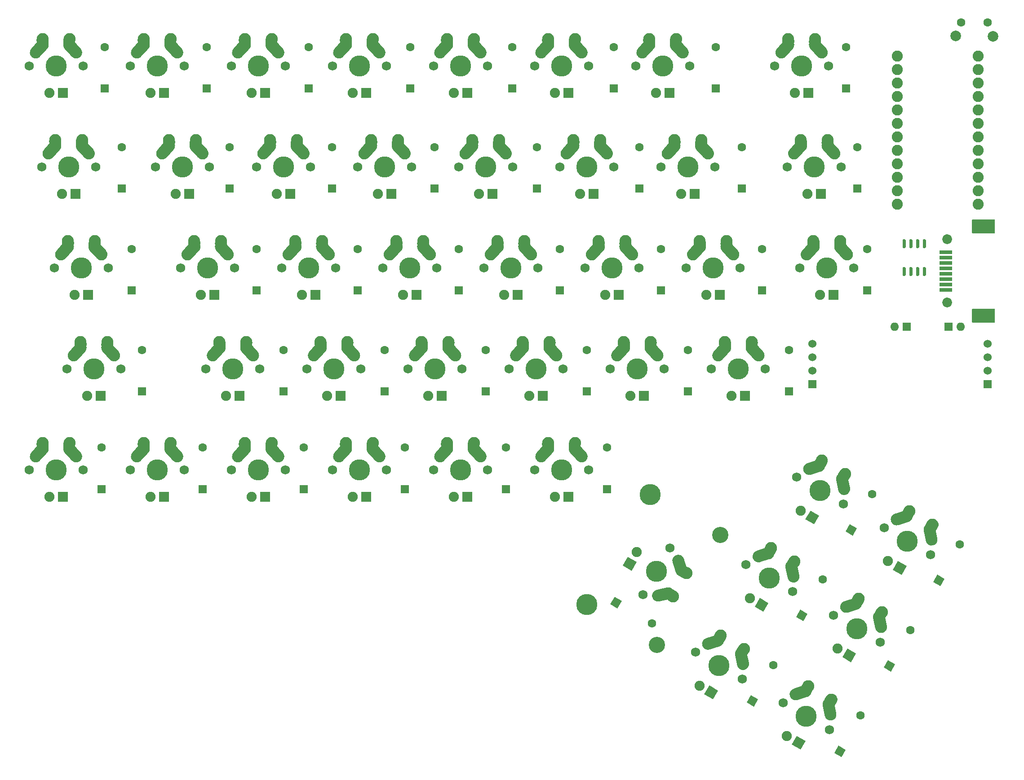
<source format=gbr>
G04 #@! TF.GenerationSoftware,KiCad,Pcbnew,(5.99.0-1941-g4629b701e)*
G04 #@! TF.CreationDate,2020-06-12T19:14:52+08:00*
G04 #@! TF.ProjectId,Keyboar-layout,4b657962-6f61-4722-9d6c-61796f75742e,rev?*
G04 #@! TF.SameCoordinates,Original*
G04 #@! TF.FileFunction,Soldermask,Bot*
G04 #@! TF.FilePolarity,Negative*
%FSLAX46Y46*%
G04 Gerber Fmt 4.6, Leading zero omitted, Abs format (unit mm)*
G04 Created by KiCad (PCBNEW (5.99.0-1941-g4629b701e)) date 2020-06-12 19:14:52*
%MOMM*%
%LPD*%
G01*
G04 APERTURE LIST*
%ADD10C,1.524000*%
%ADD11R,1.524000X1.524000*%
%ADD12O,1.600000X1.600000*%
%ADD13R,1.600000X1.600000*%
%ADD14C,2.082800*%
%ADD15C,2.000000*%
%ADD16C,1.600000*%
%ADD17C,1.850000*%
%ADD18R,2.400000X0.700000*%
%ADD19C,2.250000*%
%ADD20C,1.750000*%
%ADD21C,1.905000*%
%ADD22C,3.987800*%
%ADD23R,1.905000X1.905000*%
%ADD24C,3.048000*%
G04 APERTURE END LIST*
D10*
X205105000Y-81915000D03*
X205105000Y-84455000D03*
X205105000Y-86995000D03*
D11*
X205105000Y-89535000D03*
D12*
X200025000Y-78740000D03*
D13*
X189865000Y-78740000D03*
D12*
X187579000Y-78740000D03*
D13*
X197739000Y-78740000D03*
G36*
G01*
X189207000Y-67459000D02*
X189507000Y-67459000D01*
G75*
G02*
X189657000Y-67609000I0J-150000D01*
G01*
X189657000Y-68959000D01*
G75*
G02*
X189507000Y-69109000I-150000J0D01*
G01*
X189207000Y-69109000D01*
G75*
G02*
X189057000Y-68959000I0J150000D01*
G01*
X189057000Y-67609000D01*
G75*
G02*
X189207000Y-67459000I150000J0D01*
G01*
G37*
G36*
G01*
X190477000Y-67459000D02*
X190777000Y-67459000D01*
G75*
G02*
X190927000Y-67609000I0J-150000D01*
G01*
X190927000Y-68959000D01*
G75*
G02*
X190777000Y-69109000I-150000J0D01*
G01*
X190477000Y-69109000D01*
G75*
G02*
X190327000Y-68959000I0J150000D01*
G01*
X190327000Y-67609000D01*
G75*
G02*
X190477000Y-67459000I150000J0D01*
G01*
G37*
G36*
G01*
X191747000Y-67459000D02*
X192047000Y-67459000D01*
G75*
G02*
X192197000Y-67609000I0J-150000D01*
G01*
X192197000Y-68959000D01*
G75*
G02*
X192047000Y-69109000I-150000J0D01*
G01*
X191747000Y-69109000D01*
G75*
G02*
X191597000Y-68959000I0J150000D01*
G01*
X191597000Y-67609000D01*
G75*
G02*
X191747000Y-67459000I150000J0D01*
G01*
G37*
G36*
G01*
X193017000Y-67459000D02*
X193317000Y-67459000D01*
G75*
G02*
X193467000Y-67609000I0J-150000D01*
G01*
X193467000Y-68959000D01*
G75*
G02*
X193317000Y-69109000I-150000J0D01*
G01*
X193017000Y-69109000D01*
G75*
G02*
X192867000Y-68959000I0J150000D01*
G01*
X192867000Y-67609000D01*
G75*
G02*
X193017000Y-67459000I150000J0D01*
G01*
G37*
G36*
G01*
X193017000Y-62209000D02*
X193317000Y-62209000D01*
G75*
G02*
X193467000Y-62359000I0J-150000D01*
G01*
X193467000Y-63709000D01*
G75*
G02*
X193317000Y-63859000I-150000J0D01*
G01*
X193017000Y-63859000D01*
G75*
G02*
X192867000Y-63709000I0J150000D01*
G01*
X192867000Y-62359000D01*
G75*
G02*
X193017000Y-62209000I150000J0D01*
G01*
G37*
G36*
G01*
X191747000Y-62209000D02*
X192047000Y-62209000D01*
G75*
G02*
X192197000Y-62359000I0J-150000D01*
G01*
X192197000Y-63709000D01*
G75*
G02*
X192047000Y-63859000I-150000J0D01*
G01*
X191747000Y-63859000D01*
G75*
G02*
X191597000Y-63709000I0J150000D01*
G01*
X191597000Y-62359000D01*
G75*
G02*
X191747000Y-62209000I150000J0D01*
G01*
G37*
G36*
G01*
X190477000Y-62209000D02*
X190777000Y-62209000D01*
G75*
G02*
X190927000Y-62359000I0J-150000D01*
G01*
X190927000Y-63709000D01*
G75*
G02*
X190777000Y-63859000I-150000J0D01*
G01*
X190477000Y-63859000D01*
G75*
G02*
X190327000Y-63709000I0J150000D01*
G01*
X190327000Y-62359000D01*
G75*
G02*
X190477000Y-62209000I150000J0D01*
G01*
G37*
G36*
G01*
X189207000Y-62209000D02*
X189507000Y-62209000D01*
G75*
G02*
X189657000Y-62359000I0J-150000D01*
G01*
X189657000Y-63709000D01*
G75*
G02*
X189507000Y-63859000I-150000J0D01*
G01*
X189207000Y-63859000D01*
G75*
G02*
X189057000Y-63709000I0J150000D01*
G01*
X189057000Y-62359000D01*
G75*
G02*
X189207000Y-62209000I150000J0D01*
G01*
G37*
D14*
X203327000Y-27686000D03*
X203327000Y-30226000D03*
X203327000Y-32766000D03*
X203327000Y-35306000D03*
X203327000Y-37846000D03*
X203327000Y-40386000D03*
X203327000Y-42926000D03*
X203327000Y-45466000D03*
X203327000Y-48006000D03*
X203327000Y-50546000D03*
X203327000Y-53086000D03*
X203327000Y-55626000D03*
X188087000Y-55626000D03*
X188087000Y-53086000D03*
X188087000Y-50546000D03*
X188087000Y-48006000D03*
X188087000Y-45466000D03*
X188087000Y-42926000D03*
X188087000Y-40386000D03*
X188087000Y-37846000D03*
X188087000Y-35306000D03*
X188087000Y-32766000D03*
X188087000Y-30226000D03*
X188087000Y-27686000D03*
D10*
X172085000Y-81915000D03*
X172085000Y-84455000D03*
X172085000Y-86995000D03*
D11*
X172085000Y-89535000D03*
D15*
X206065000Y-23886000D03*
X199065000Y-23836000D03*
D16*
X205065000Y-21336000D03*
X200065000Y-21336000D03*
D17*
X197490000Y-74169000D03*
X197490000Y-62229000D03*
G36*
G01*
X206389000Y-61049000D02*
X202191000Y-61049000D01*
G75*
G02*
X202140000Y-60998000I0J51000D01*
G01*
X202140000Y-58550000D01*
G75*
G02*
X202191000Y-58499000I51000J0D01*
G01*
X206389000Y-58499000D01*
G75*
G02*
X206440000Y-58550000I0J-51000D01*
G01*
X206440000Y-60998000D01*
G75*
G02*
X206389000Y-61049000I-51000J0D01*
G01*
G37*
G36*
G01*
X206389000Y-77899000D02*
X202191000Y-77899000D01*
G75*
G02*
X202140000Y-77848000I0J51000D01*
G01*
X202140000Y-75400000D01*
G75*
G02*
X202191000Y-75349000I51000J0D01*
G01*
X206389000Y-75349000D01*
G75*
G02*
X206440000Y-75400000I0J-51000D01*
G01*
X206440000Y-77848000D01*
G75*
G02*
X206389000Y-77899000I-51000J0D01*
G01*
G37*
G36*
G01*
X202191000Y-58499000D02*
X206389000Y-58499000D01*
G75*
G02*
X206440000Y-58550000I0J-51000D01*
G01*
X206440000Y-60998000D01*
G75*
G02*
X206389000Y-61049000I-51000J0D01*
G01*
X202191000Y-61049000D01*
G75*
G02*
X202140000Y-60998000I0J51000D01*
G01*
X202140000Y-58550000D01*
G75*
G02*
X202191000Y-58499000I51000J0D01*
G01*
G37*
G36*
G01*
X202191000Y-75349000D02*
X206389000Y-75349000D01*
G75*
G02*
X206440000Y-75400000I0J-51000D01*
G01*
X206440000Y-77848000D01*
G75*
G02*
X206389000Y-77899000I-51000J0D01*
G01*
X202191000Y-77899000D01*
G75*
G02*
X202140000Y-77848000I0J51000D01*
G01*
X202140000Y-75400000D01*
G75*
G02*
X202191000Y-75349000I51000J0D01*
G01*
G37*
X197490000Y-74169000D03*
X197490000Y-62229000D03*
D18*
X197215000Y-71769000D03*
X197215000Y-70749000D03*
X197215000Y-69729000D03*
X197215000Y-68709000D03*
X197215000Y-67689000D03*
X197215000Y-66669000D03*
X197215000Y-65649000D03*
X197215000Y-64629000D03*
G36*
G01*
X174822774Y-45197259D02*
X174822774Y-45197260D01*
G75*
G02*
X173778990Y-43996524I78476J1122260D01*
G01*
X173819544Y-43416562D01*
G75*
G02*
X175020280Y-42372778I1122260J-78476D01*
G01*
X175020280Y-42372778D01*
G75*
G02*
X176064064Y-43573514I-78476J-1122260D01*
G01*
X176023510Y-44153476D01*
G75*
G02*
X174822774Y-45197260I-1122260J78476D01*
G01*
G37*
G36*
G01*
X169782220Y-42372779D02*
X169782220Y-42372778D01*
G75*
G02*
X170982956Y-43416562I78476J-1122260D01*
G01*
X171023510Y-43996524D01*
G75*
G02*
X169979726Y-45197260I-1122260J-78476D01*
G01*
X169979726Y-45197260D01*
G75*
G02*
X168778990Y-44153476I-78476J1122260D01*
G01*
X168738436Y-43573514D01*
G75*
G02*
X169782220Y-42372778I1122260J78476D01*
G01*
G37*
D19*
X174941250Y-43495000D03*
D20*
X167321250Y-48575000D03*
D19*
X169901250Y-44575000D03*
D21*
X171131250Y-53655000D03*
D19*
X174901250Y-44575000D03*
G36*
G01*
X167838478Y-46871038D02*
X167838478Y-46871038D01*
G75*
G02*
X167755212Y-45282228I752772J836038D01*
G01*
X169067750Y-43824508D01*
G75*
G02*
X170656560Y-43741242I836038J-752772D01*
G01*
X170656560Y-43741242D01*
G75*
G02*
X170739826Y-45330052I-752772J-836038D01*
G01*
X169427288Y-46787772D01*
G75*
G02*
X167838478Y-46871038I-836038J752772D01*
G01*
G37*
D22*
X172401250Y-48575000D03*
D19*
X169861250Y-43495000D03*
G36*
G01*
X174145940Y-43741242D02*
X174145940Y-43741242D01*
G75*
G02*
X175734750Y-43824508I752772J-836038D01*
G01*
X177047288Y-45282228D01*
G75*
G02*
X176964022Y-46871038I-836038J-752772D01*
G01*
X176964022Y-46871038D01*
G75*
G02*
X175375212Y-46787772I-752772J836038D01*
G01*
X174062674Y-45330052D01*
G75*
G02*
X174145940Y-43741242I836038J752772D01*
G01*
G37*
D20*
X177481250Y-48575000D03*
D23*
X173671250Y-53655000D03*
D19*
X160653750Y-81595000D03*
D23*
X159383750Y-91755000D03*
D19*
X155573750Y-81595000D03*
X160613750Y-82675000D03*
G36*
G01*
X160535274Y-83297259D02*
X160535274Y-83297260D01*
G75*
G02*
X159491490Y-82096524I78476J1122260D01*
G01*
X159532044Y-81516562D01*
G75*
G02*
X160732780Y-80472778I1122260J-78476D01*
G01*
X160732780Y-80472778D01*
G75*
G02*
X161776564Y-81673514I-78476J-1122260D01*
G01*
X161736010Y-82253476D01*
G75*
G02*
X160535274Y-83297260I-1122260J78476D01*
G01*
G37*
G36*
G01*
X155494720Y-80472779D02*
X155494720Y-80472778D01*
G75*
G02*
X156695456Y-81516562I78476J-1122260D01*
G01*
X156736010Y-82096524D01*
G75*
G02*
X155692226Y-83297260I-1122260J-78476D01*
G01*
X155692226Y-83297260D01*
G75*
G02*
X154491490Y-82253476I-78476J1122260D01*
G01*
X154450936Y-81673514D01*
G75*
G02*
X155494720Y-80472778I1122260J78476D01*
G01*
G37*
D21*
X156843750Y-91755000D03*
G36*
G01*
X153550978Y-84971038D02*
X153550978Y-84971038D01*
G75*
G02*
X153467712Y-83382228I752772J836038D01*
G01*
X154780250Y-81924508D01*
G75*
G02*
X156369060Y-81841242I836038J-752772D01*
G01*
X156369060Y-81841242D01*
G75*
G02*
X156452326Y-83430052I-752772J-836038D01*
G01*
X155139788Y-84887772D01*
G75*
G02*
X153550978Y-84971038I-836038J752772D01*
G01*
G37*
G36*
G01*
X159858440Y-81841242D02*
X159858440Y-81841242D01*
G75*
G02*
X161447250Y-81924508I752772J-836038D01*
G01*
X162759788Y-83382228D01*
G75*
G02*
X162676522Y-84971038I-836038J-752772D01*
G01*
X162676522Y-84971038D01*
G75*
G02*
X161087712Y-84887772I-752772J836038D01*
G01*
X159775174Y-83430052D01*
G75*
G02*
X159858440Y-81841242I836038J752772D01*
G01*
G37*
D19*
X155613750Y-82675000D03*
D20*
X163193750Y-86675000D03*
X153033750Y-86675000D03*
D22*
X158113750Y-86675000D03*
D19*
X185172276Y-132536737D03*
G36*
X177691284Y-141049194D02*
G01*
X178643784Y-139399416D01*
X180293562Y-140351916D01*
X179341062Y-142001694D01*
X177691284Y-141049194D01*
G37*
X180772866Y-129996737D03*
X184597635Y-133452044D03*
G36*
G01*
X184218543Y-133951699D02*
X184218543Y-133951699D01*
G75*
G02*
X183914968Y-132389940I629092J932667D01*
G01*
X184240070Y-131907956D01*
G75*
G02*
X185801829Y-131604381I932667J-629092D01*
G01*
X185801829Y-131604381D01*
G75*
G02*
X186105404Y-133166140I-629092J-932667D01*
G01*
X185780302Y-133648124D01*
G75*
G02*
X184218543Y-133951699I-932667J629092D01*
G01*
G37*
G36*
G01*
X181265534Y-128985349D02*
X181265535Y-128985349D01*
G75*
G02*
X181783510Y-130489660I-493168J-1011143D01*
G01*
X181528650Y-131012200D01*
G75*
G02*
X180024339Y-131530175I-1011143J493168D01*
G01*
X180024339Y-131530175D01*
G75*
G02*
X179506364Y-130025864I493168J1011143D01*
G01*
X179761224Y-129503324D01*
G75*
G02*
X181265535Y-128985349I1011143J-493168D01*
G01*
G37*
D21*
X176792719Y-139430555D03*
G36*
G01*
X177333075Y-131909085D02*
X177333075Y-131909085D01*
G75*
G02*
X178055370Y-130491502I1069939J347644D01*
G01*
X179920920Y-129885348D01*
G75*
G02*
X181338503Y-130607643I347644J-1069939D01*
G01*
X181338503Y-130607643D01*
G75*
G02*
X180616208Y-132025226I-1069939J-347644D01*
G01*
X178750658Y-132631380D01*
G75*
G02*
X177333075Y-131909085I-347644J1069939D01*
G01*
G37*
G36*
G01*
X184360397Y-132352333D02*
X184360397Y-132352333D01*
G75*
G02*
X185694714Y-133218848I233901J-1100416D01*
G01*
X186102544Y-135137540D01*
G75*
G02*
X185236029Y-136471857I-1100416J-233901D01*
G01*
X185236029Y-136471857D01*
G75*
G02*
X183901712Y-135605342I-233901J1100416D01*
G01*
X183493882Y-133686650D01*
G75*
G02*
X184360397Y-132352333I1100416J233901D01*
G01*
G37*
D19*
X180267507Y-130952044D03*
D20*
X184831980Y-138206146D03*
X176033162Y-133126146D03*
D22*
X180432571Y-135666146D03*
D19*
X117787500Y-62545000D03*
D23*
X116517500Y-72705000D03*
D19*
X112707500Y-62545000D03*
X117747500Y-63625000D03*
G36*
G01*
X117669024Y-64247259D02*
X117669024Y-64247260D01*
G75*
G02*
X116625240Y-63046524I78476J1122260D01*
G01*
X116665794Y-62466562D01*
G75*
G02*
X117866530Y-61422778I1122260J-78476D01*
G01*
X117866530Y-61422778D01*
G75*
G02*
X118910314Y-62623514I-78476J-1122260D01*
G01*
X118869760Y-63203476D01*
G75*
G02*
X117669024Y-64247260I-1122260J78476D01*
G01*
G37*
G36*
G01*
X112628470Y-61422779D02*
X112628470Y-61422778D01*
G75*
G02*
X113829206Y-62466562I78476J-1122260D01*
G01*
X113869760Y-63046524D01*
G75*
G02*
X112825976Y-64247260I-1122260J-78476D01*
G01*
X112825976Y-64247260D01*
G75*
G02*
X111625240Y-63203476I-78476J1122260D01*
G01*
X111584686Y-62623514D01*
G75*
G02*
X112628470Y-61422778I1122260J78476D01*
G01*
G37*
D21*
X113977500Y-72705000D03*
G36*
G01*
X110684728Y-65921038D02*
X110684728Y-65921038D01*
G75*
G02*
X110601462Y-64332228I752772J836038D01*
G01*
X111914000Y-62874508D01*
G75*
G02*
X113502810Y-62791242I836038J-752772D01*
G01*
X113502810Y-62791242D01*
G75*
G02*
X113586076Y-64380052I-752772J-836038D01*
G01*
X112273538Y-65837772D01*
G75*
G02*
X110684728Y-65921038I-836038J752772D01*
G01*
G37*
G36*
G01*
X116992190Y-62791242D02*
X116992190Y-62791242D01*
G75*
G02*
X118581000Y-62874508I752772J-836038D01*
G01*
X119893538Y-64332228D01*
G75*
G02*
X119810272Y-65921038I-836038J-752772D01*
G01*
X119810272Y-65921038D01*
G75*
G02*
X118221462Y-65837772I-752772J836038D01*
G01*
X116908924Y-64380052D01*
G75*
G02*
X116992190Y-62791242I836038J752772D01*
G01*
G37*
D19*
X112747500Y-63625000D03*
D20*
X120327500Y-67625000D03*
X110167500Y-67625000D03*
D22*
X115247500Y-67625000D03*
D19*
X136837500Y-62545000D03*
D23*
X135567500Y-72705000D03*
D19*
X131757500Y-62545000D03*
X136797500Y-63625000D03*
G36*
G01*
X136719024Y-64247259D02*
X136719024Y-64247260D01*
G75*
G02*
X135675240Y-63046524I78476J1122260D01*
G01*
X135715794Y-62466562D01*
G75*
G02*
X136916530Y-61422778I1122260J-78476D01*
G01*
X136916530Y-61422778D01*
G75*
G02*
X137960314Y-62623514I-78476J-1122260D01*
G01*
X137919760Y-63203476D01*
G75*
G02*
X136719024Y-64247260I-1122260J78476D01*
G01*
G37*
G36*
G01*
X131678470Y-61422779D02*
X131678470Y-61422778D01*
G75*
G02*
X132879206Y-62466562I78476J-1122260D01*
G01*
X132919760Y-63046524D01*
G75*
G02*
X131875976Y-64247260I-1122260J-78476D01*
G01*
X131875976Y-64247260D01*
G75*
G02*
X130675240Y-63203476I-78476J1122260D01*
G01*
X130634686Y-62623514D01*
G75*
G02*
X131678470Y-61422778I1122260J78476D01*
G01*
G37*
D21*
X133027500Y-72705000D03*
G36*
G01*
X129734728Y-65921038D02*
X129734728Y-65921038D01*
G75*
G02*
X129651462Y-64332228I752772J836038D01*
G01*
X130964000Y-62874508D01*
G75*
G02*
X132552810Y-62791242I836038J-752772D01*
G01*
X132552810Y-62791242D01*
G75*
G02*
X132636076Y-64380052I-752772J-836038D01*
G01*
X131323538Y-65837772D01*
G75*
G02*
X129734728Y-65921038I-836038J752772D01*
G01*
G37*
G36*
G01*
X136042190Y-62791242D02*
X136042190Y-62791242D01*
G75*
G02*
X137631000Y-62874508I752772J-836038D01*
G01*
X138943538Y-64332228D01*
G75*
G02*
X138860272Y-65921038I-836038J-752772D01*
G01*
X138860272Y-65921038D01*
G75*
G02*
X137271462Y-65837772I-752772J836038D01*
G01*
X135958924Y-64380052D01*
G75*
G02*
X136042190Y-62791242I836038J752772D01*
G01*
G37*
D19*
X131797500Y-63625000D03*
D20*
X139377500Y-67625000D03*
X129217500Y-67625000D03*
D22*
X134297500Y-67625000D03*
D19*
X60637500Y-62545000D03*
D23*
X59367500Y-72705000D03*
D19*
X55557500Y-62545000D03*
X60597500Y-63625000D03*
G36*
G01*
X60519024Y-64247259D02*
X60519024Y-64247260D01*
G75*
G02*
X59475240Y-63046524I78476J1122260D01*
G01*
X59515794Y-62466562D01*
G75*
G02*
X60716530Y-61422778I1122260J-78476D01*
G01*
X60716530Y-61422778D01*
G75*
G02*
X61760314Y-62623514I-78476J-1122260D01*
G01*
X61719760Y-63203476D01*
G75*
G02*
X60519024Y-64247260I-1122260J78476D01*
G01*
G37*
G36*
G01*
X55478470Y-61422779D02*
X55478470Y-61422778D01*
G75*
G02*
X56679206Y-62466562I78476J-1122260D01*
G01*
X56719760Y-63046524D01*
G75*
G02*
X55675976Y-64247260I-1122260J-78476D01*
G01*
X55675976Y-64247260D01*
G75*
G02*
X54475240Y-63203476I-78476J1122260D01*
G01*
X54434686Y-62623514D01*
G75*
G02*
X55478470Y-61422778I1122260J78476D01*
G01*
G37*
D21*
X56827500Y-72705000D03*
G36*
G01*
X53534728Y-65921038D02*
X53534728Y-65921038D01*
G75*
G02*
X53451462Y-64332228I752772J836038D01*
G01*
X54764000Y-62874508D01*
G75*
G02*
X56352810Y-62791242I836038J-752772D01*
G01*
X56352810Y-62791242D01*
G75*
G02*
X56436076Y-64380052I-752772J-836038D01*
G01*
X55123538Y-65837772D01*
G75*
G02*
X53534728Y-65921038I-836038J752772D01*
G01*
G37*
G36*
G01*
X59842190Y-62791242D02*
X59842190Y-62791242D01*
G75*
G02*
X61431000Y-62874508I752772J-836038D01*
G01*
X62743538Y-64332228D01*
G75*
G02*
X62660272Y-65921038I-836038J-752772D01*
G01*
X62660272Y-65921038D01*
G75*
G02*
X61071462Y-65837772I-752772J836038D01*
G01*
X59758924Y-64380052D01*
G75*
G02*
X59842190Y-62791242I836038J752772D01*
G01*
G37*
D19*
X55597500Y-63625000D03*
D20*
X63177500Y-67625000D03*
X53017500Y-67625000D03*
D22*
X58097500Y-67625000D03*
D19*
X89215000Y-24445000D03*
D23*
X87945000Y-34605000D03*
D19*
X84135000Y-24445000D03*
X89175000Y-25525000D03*
G36*
G01*
X89096524Y-26147259D02*
X89096524Y-26147260D01*
G75*
G02*
X88052740Y-24946524I78476J1122260D01*
G01*
X88093294Y-24366562D01*
G75*
G02*
X89294030Y-23322778I1122260J-78476D01*
G01*
X89294030Y-23322778D01*
G75*
G02*
X90337814Y-24523514I-78476J-1122260D01*
G01*
X90297260Y-25103476D01*
G75*
G02*
X89096524Y-26147260I-1122260J78476D01*
G01*
G37*
G36*
G01*
X84055970Y-23322779D02*
X84055970Y-23322778D01*
G75*
G02*
X85256706Y-24366562I78476J-1122260D01*
G01*
X85297260Y-24946524D01*
G75*
G02*
X84253476Y-26147260I-1122260J-78476D01*
G01*
X84253476Y-26147260D01*
G75*
G02*
X83052740Y-25103476I-78476J1122260D01*
G01*
X83012186Y-24523514D01*
G75*
G02*
X84055970Y-23322778I1122260J78476D01*
G01*
G37*
D21*
X85405000Y-34605000D03*
G36*
G01*
X82112228Y-27821038D02*
X82112228Y-27821038D01*
G75*
G02*
X82028962Y-26232228I752772J836038D01*
G01*
X83341500Y-24774508D01*
G75*
G02*
X84930310Y-24691242I836038J-752772D01*
G01*
X84930310Y-24691242D01*
G75*
G02*
X85013576Y-26280052I-752772J-836038D01*
G01*
X83701038Y-27737772D01*
G75*
G02*
X82112228Y-27821038I-836038J752772D01*
G01*
G37*
G36*
G01*
X88419690Y-24691242D02*
X88419690Y-24691242D01*
G75*
G02*
X90008500Y-24774508I752772J-836038D01*
G01*
X91321038Y-26232228D01*
G75*
G02*
X91237772Y-27821038I-836038J-752772D01*
G01*
X91237772Y-27821038D01*
G75*
G02*
X89648962Y-27737772I-752772J836038D01*
G01*
X88336424Y-26280052D01*
G75*
G02*
X88419690Y-24691242I836038J752772D01*
G01*
G37*
D19*
X84175000Y-25525000D03*
D20*
X91755000Y-29525000D03*
X81595000Y-29525000D03*
D22*
X86675000Y-29525000D03*
D19*
X51115000Y-100645000D03*
D23*
X49845000Y-110805000D03*
D19*
X46035000Y-100645000D03*
X51075000Y-101725000D03*
G36*
G01*
X50996524Y-102347259D02*
X50996524Y-102347260D01*
G75*
G02*
X49952740Y-101146524I78476J1122260D01*
G01*
X49993294Y-100566562D01*
G75*
G02*
X51194030Y-99522778I1122260J-78476D01*
G01*
X51194030Y-99522778D01*
G75*
G02*
X52237814Y-100723514I-78476J-1122260D01*
G01*
X52197260Y-101303476D01*
G75*
G02*
X50996524Y-102347260I-1122260J78476D01*
G01*
G37*
G36*
G01*
X45955970Y-99522779D02*
X45955970Y-99522778D01*
G75*
G02*
X47156706Y-100566562I78476J-1122260D01*
G01*
X47197260Y-101146524D01*
G75*
G02*
X46153476Y-102347260I-1122260J-78476D01*
G01*
X46153476Y-102347260D01*
G75*
G02*
X44952740Y-101303476I-78476J1122260D01*
G01*
X44912186Y-100723514D01*
G75*
G02*
X45955970Y-99522778I1122260J78476D01*
G01*
G37*
D21*
X47305000Y-110805000D03*
G36*
G01*
X44012228Y-104021038D02*
X44012228Y-104021038D01*
G75*
G02*
X43928962Y-102432228I752772J836038D01*
G01*
X45241500Y-100974508D01*
G75*
G02*
X46830310Y-100891242I836038J-752772D01*
G01*
X46830310Y-100891242D01*
G75*
G02*
X46913576Y-102480052I-752772J-836038D01*
G01*
X45601038Y-103937772D01*
G75*
G02*
X44012228Y-104021038I-836038J752772D01*
G01*
G37*
G36*
G01*
X50319690Y-100891242D02*
X50319690Y-100891242D01*
G75*
G02*
X51908500Y-100974508I752772J-836038D01*
G01*
X53221038Y-102432228D01*
G75*
G02*
X53137772Y-104021038I-836038J-752772D01*
G01*
X53137772Y-104021038D01*
G75*
G02*
X51548962Y-103937772I-752772J836038D01*
G01*
X50236424Y-102480052D01*
G75*
G02*
X50319690Y-100891242I836038J752772D01*
G01*
G37*
D19*
X46075000Y-101725000D03*
D20*
X53655000Y-105725000D03*
X43495000Y-105725000D03*
D22*
X48575000Y-105725000D03*
D19*
X70165000Y-24445000D03*
D23*
X68895000Y-34605000D03*
D19*
X65085000Y-24445000D03*
X70125000Y-25525000D03*
G36*
G01*
X70046524Y-26147259D02*
X70046524Y-26147260D01*
G75*
G02*
X69002740Y-24946524I78476J1122260D01*
G01*
X69043294Y-24366562D01*
G75*
G02*
X70244030Y-23322778I1122260J-78476D01*
G01*
X70244030Y-23322778D01*
G75*
G02*
X71287814Y-24523514I-78476J-1122260D01*
G01*
X71247260Y-25103476D01*
G75*
G02*
X70046524Y-26147260I-1122260J78476D01*
G01*
G37*
G36*
G01*
X65005970Y-23322779D02*
X65005970Y-23322778D01*
G75*
G02*
X66206706Y-24366562I78476J-1122260D01*
G01*
X66247260Y-24946524D01*
G75*
G02*
X65203476Y-26147260I-1122260J-78476D01*
G01*
X65203476Y-26147260D01*
G75*
G02*
X64002740Y-25103476I-78476J1122260D01*
G01*
X63962186Y-24523514D01*
G75*
G02*
X65005970Y-23322778I1122260J78476D01*
G01*
G37*
D21*
X66355000Y-34605000D03*
G36*
G01*
X63062228Y-27821038D02*
X63062228Y-27821038D01*
G75*
G02*
X62978962Y-26232228I752772J836038D01*
G01*
X64291500Y-24774508D01*
G75*
G02*
X65880310Y-24691242I836038J-752772D01*
G01*
X65880310Y-24691242D01*
G75*
G02*
X65963576Y-26280052I-752772J-836038D01*
G01*
X64651038Y-27737772D01*
G75*
G02*
X63062228Y-27821038I-836038J752772D01*
G01*
G37*
G36*
G01*
X69369690Y-24691242D02*
X69369690Y-24691242D01*
G75*
G02*
X70958500Y-24774508I752772J-836038D01*
G01*
X72271038Y-26232228D01*
G75*
G02*
X72187772Y-27821038I-836038J-752772D01*
G01*
X72187772Y-27821038D01*
G75*
G02*
X70598962Y-27737772I-752772J836038D01*
G01*
X69286424Y-26280052D01*
G75*
G02*
X69369690Y-24691242I836038J752772D01*
G01*
G37*
D19*
X65125000Y-25525000D03*
D20*
X72705000Y-29525000D03*
X62545000Y-29525000D03*
D22*
X67625000Y-29525000D03*
D19*
X151126250Y-43495000D03*
D23*
X149856250Y-53655000D03*
D19*
X146046250Y-43495000D03*
X151086250Y-44575000D03*
G36*
G01*
X151007774Y-45197259D02*
X151007774Y-45197260D01*
G75*
G02*
X149963990Y-43996524I78476J1122260D01*
G01*
X150004544Y-43416562D01*
G75*
G02*
X151205280Y-42372778I1122260J-78476D01*
G01*
X151205280Y-42372778D01*
G75*
G02*
X152249064Y-43573514I-78476J-1122260D01*
G01*
X152208510Y-44153476D01*
G75*
G02*
X151007774Y-45197260I-1122260J78476D01*
G01*
G37*
G36*
G01*
X145967220Y-42372779D02*
X145967220Y-42372778D01*
G75*
G02*
X147167956Y-43416562I78476J-1122260D01*
G01*
X147208510Y-43996524D01*
G75*
G02*
X146164726Y-45197260I-1122260J-78476D01*
G01*
X146164726Y-45197260D01*
G75*
G02*
X144963990Y-44153476I-78476J1122260D01*
G01*
X144923436Y-43573514D01*
G75*
G02*
X145967220Y-42372778I1122260J78476D01*
G01*
G37*
D21*
X147316250Y-53655000D03*
G36*
G01*
X144023478Y-46871038D02*
X144023478Y-46871038D01*
G75*
G02*
X143940212Y-45282228I752772J836038D01*
G01*
X145252750Y-43824508D01*
G75*
G02*
X146841560Y-43741242I836038J-752772D01*
G01*
X146841560Y-43741242D01*
G75*
G02*
X146924826Y-45330052I-752772J-836038D01*
G01*
X145612288Y-46787772D01*
G75*
G02*
X144023478Y-46871038I-836038J752772D01*
G01*
G37*
G36*
G01*
X150330940Y-43741242D02*
X150330940Y-43741242D01*
G75*
G02*
X151919750Y-43824508I752772J-836038D01*
G01*
X153232288Y-45282228D01*
G75*
G02*
X153149022Y-46871038I-836038J-752772D01*
G01*
X153149022Y-46871038D01*
G75*
G02*
X151560212Y-46787772I-752772J836038D01*
G01*
X150247674Y-45330052D01*
G75*
G02*
X150330940Y-43741242I836038J752772D01*
G01*
G37*
D19*
X146086250Y-44575000D03*
D20*
X153666250Y-48575000D03*
X143506250Y-48575000D03*
D22*
X148586250Y-48575000D03*
D19*
X70165000Y-100645000D03*
D23*
X68895000Y-110805000D03*
D19*
X65085000Y-100645000D03*
X70125000Y-101725000D03*
G36*
G01*
X70046524Y-102347259D02*
X70046524Y-102347260D01*
G75*
G02*
X69002740Y-101146524I78476J1122260D01*
G01*
X69043294Y-100566562D01*
G75*
G02*
X70244030Y-99522778I1122260J-78476D01*
G01*
X70244030Y-99522778D01*
G75*
G02*
X71287814Y-100723514I-78476J-1122260D01*
G01*
X71247260Y-101303476D01*
G75*
G02*
X70046524Y-102347260I-1122260J78476D01*
G01*
G37*
G36*
G01*
X65005970Y-99522779D02*
X65005970Y-99522778D01*
G75*
G02*
X66206706Y-100566562I78476J-1122260D01*
G01*
X66247260Y-101146524D01*
G75*
G02*
X65203476Y-102347260I-1122260J-78476D01*
G01*
X65203476Y-102347260D01*
G75*
G02*
X64002740Y-101303476I-78476J1122260D01*
G01*
X63962186Y-100723514D01*
G75*
G02*
X65005970Y-99522778I1122260J78476D01*
G01*
G37*
D21*
X66355000Y-110805000D03*
G36*
G01*
X63062228Y-104021038D02*
X63062228Y-104021038D01*
G75*
G02*
X62978962Y-102432228I752772J836038D01*
G01*
X64291500Y-100974508D01*
G75*
G02*
X65880310Y-100891242I836038J-752772D01*
G01*
X65880310Y-100891242D01*
G75*
G02*
X65963576Y-102480052I-752772J-836038D01*
G01*
X64651038Y-103937772D01*
G75*
G02*
X63062228Y-104021038I-836038J752772D01*
G01*
G37*
G36*
G01*
X69369690Y-100891242D02*
X69369690Y-100891242D01*
G75*
G02*
X70958500Y-100974508I752772J-836038D01*
G01*
X72271038Y-102432228D01*
G75*
G02*
X72187772Y-104021038I-836038J-752772D01*
G01*
X72187772Y-104021038D01*
G75*
G02*
X70598962Y-103937772I-752772J836038D01*
G01*
X69286424Y-102480052D01*
G75*
G02*
X69369690Y-100891242I836038J752772D01*
G01*
G37*
D19*
X65125000Y-101725000D03*
D20*
X72705000Y-105725000D03*
X62545000Y-105725000D03*
D22*
X67625000Y-105725000D03*
D19*
X108265000Y-24445000D03*
D23*
X106995000Y-34605000D03*
D19*
X103185000Y-24445000D03*
X108225000Y-25525000D03*
G36*
G01*
X108146524Y-26147259D02*
X108146524Y-26147260D01*
G75*
G02*
X107102740Y-24946524I78476J1122260D01*
G01*
X107143294Y-24366562D01*
G75*
G02*
X108344030Y-23322778I1122260J-78476D01*
G01*
X108344030Y-23322778D01*
G75*
G02*
X109387814Y-24523514I-78476J-1122260D01*
G01*
X109347260Y-25103476D01*
G75*
G02*
X108146524Y-26147260I-1122260J78476D01*
G01*
G37*
G36*
G01*
X103105970Y-23322779D02*
X103105970Y-23322778D01*
G75*
G02*
X104306706Y-24366562I78476J-1122260D01*
G01*
X104347260Y-24946524D01*
G75*
G02*
X103303476Y-26147260I-1122260J-78476D01*
G01*
X103303476Y-26147260D01*
G75*
G02*
X102102740Y-25103476I-78476J1122260D01*
G01*
X102062186Y-24523514D01*
G75*
G02*
X103105970Y-23322778I1122260J78476D01*
G01*
G37*
D21*
X104455000Y-34605000D03*
G36*
G01*
X101162228Y-27821038D02*
X101162228Y-27821038D01*
G75*
G02*
X101078962Y-26232228I752772J836038D01*
G01*
X102391500Y-24774508D01*
G75*
G02*
X103980310Y-24691242I836038J-752772D01*
G01*
X103980310Y-24691242D01*
G75*
G02*
X104063576Y-26280052I-752772J-836038D01*
G01*
X102751038Y-27737772D01*
G75*
G02*
X101162228Y-27821038I-836038J752772D01*
G01*
G37*
G36*
G01*
X107469690Y-24691242D02*
X107469690Y-24691242D01*
G75*
G02*
X109058500Y-24774508I752772J-836038D01*
G01*
X110371038Y-26232228D01*
G75*
G02*
X110287772Y-27821038I-836038J-752772D01*
G01*
X110287772Y-27821038D01*
G75*
G02*
X108698962Y-27737772I-752772J836038D01*
G01*
X107386424Y-26280052D01*
G75*
G02*
X107469690Y-24691242I836038J752772D01*
G01*
G37*
D19*
X103225000Y-25525000D03*
D20*
X110805000Y-29525000D03*
X100645000Y-29525000D03*
D22*
X105725000Y-29525000D03*
D19*
X32065000Y-24445000D03*
D23*
X30795000Y-34605000D03*
D19*
X26985000Y-24445000D03*
X32025000Y-25525000D03*
G36*
G01*
X31946524Y-26147259D02*
X31946524Y-26147260D01*
G75*
G02*
X30902740Y-24946524I78476J1122260D01*
G01*
X30943294Y-24366562D01*
G75*
G02*
X32144030Y-23322778I1122260J-78476D01*
G01*
X32144030Y-23322778D01*
G75*
G02*
X33187814Y-24523514I-78476J-1122260D01*
G01*
X33147260Y-25103476D01*
G75*
G02*
X31946524Y-26147260I-1122260J78476D01*
G01*
G37*
G36*
G01*
X26905970Y-23322779D02*
X26905970Y-23322778D01*
G75*
G02*
X28106706Y-24366562I78476J-1122260D01*
G01*
X28147260Y-24946524D01*
G75*
G02*
X27103476Y-26147260I-1122260J-78476D01*
G01*
X27103476Y-26147260D01*
G75*
G02*
X25902740Y-25103476I-78476J1122260D01*
G01*
X25862186Y-24523514D01*
G75*
G02*
X26905970Y-23322778I1122260J78476D01*
G01*
G37*
D21*
X28255000Y-34605000D03*
G36*
G01*
X24962228Y-27821038D02*
X24962228Y-27821038D01*
G75*
G02*
X24878962Y-26232228I752772J836038D01*
G01*
X26191500Y-24774508D01*
G75*
G02*
X27780310Y-24691242I836038J-752772D01*
G01*
X27780310Y-24691242D01*
G75*
G02*
X27863576Y-26280052I-752772J-836038D01*
G01*
X26551038Y-27737772D01*
G75*
G02*
X24962228Y-27821038I-836038J752772D01*
G01*
G37*
G36*
G01*
X31269690Y-24691242D02*
X31269690Y-24691242D01*
G75*
G02*
X32858500Y-24774508I752772J-836038D01*
G01*
X34171038Y-26232228D01*
G75*
G02*
X34087772Y-27821038I-836038J-752772D01*
G01*
X34087772Y-27821038D01*
G75*
G02*
X32498962Y-27737772I-752772J836038D01*
G01*
X31186424Y-26280052D01*
G75*
G02*
X31269690Y-24691242I836038J752772D01*
G01*
G37*
D19*
X27025000Y-25525000D03*
D20*
X34605000Y-29525000D03*
X24445000Y-29525000D03*
D22*
X29525000Y-29525000D03*
D19*
X159149492Y-139509521D03*
G36*
X151668500Y-148021978D02*
G01*
X152621000Y-146372200D01*
X154270778Y-147324700D01*
X153318278Y-148974478D01*
X151668500Y-148021978D01*
G37*
X154750082Y-136969521D03*
X158574851Y-140424828D03*
G36*
G01*
X158195759Y-140924483D02*
X158195759Y-140924483D01*
G75*
G02*
X157892184Y-139362724I629092J932667D01*
G01*
X158217286Y-138880740D01*
G75*
G02*
X159779045Y-138577165I932667J-629092D01*
G01*
X159779045Y-138577165D01*
G75*
G02*
X160082620Y-140138924I-629092J-932667D01*
G01*
X159757518Y-140620908D01*
G75*
G02*
X158195759Y-140924483I-932667J629092D01*
G01*
G37*
G36*
G01*
X155242750Y-135958133D02*
X155242751Y-135958133D01*
G75*
G02*
X155760726Y-137462444I-493168J-1011143D01*
G01*
X155505866Y-137984984D01*
G75*
G02*
X154001555Y-138502959I-1011143J493168D01*
G01*
X154001555Y-138502959D01*
G75*
G02*
X153483580Y-136998648I493168J1011143D01*
G01*
X153738440Y-136476108D01*
G75*
G02*
X155242751Y-135958133I1011143J-493168D01*
G01*
G37*
D21*
X150769935Y-146403339D03*
G36*
G01*
X151310291Y-138881869D02*
X151310291Y-138881869D01*
G75*
G02*
X152032586Y-137464286I1069939J347644D01*
G01*
X153898136Y-136858132D01*
G75*
G02*
X155315719Y-137580427I347644J-1069939D01*
G01*
X155315719Y-137580427D01*
G75*
G02*
X154593424Y-138998010I-1069939J-347644D01*
G01*
X152727874Y-139604164D01*
G75*
G02*
X151310291Y-138881869I-347644J1069939D01*
G01*
G37*
G36*
G01*
X158337613Y-139325117D02*
X158337613Y-139325117D01*
G75*
G02*
X159671930Y-140191632I233901J-1100416D01*
G01*
X160079760Y-142110324D01*
G75*
G02*
X159213245Y-143444641I-1100416J-233901D01*
G01*
X159213245Y-143444641D01*
G75*
G02*
X157878928Y-142578126I-233901J1100416D01*
G01*
X157471098Y-140659434D01*
G75*
G02*
X158337613Y-139325117I1100416J233901D01*
G01*
G37*
D19*
X154244723Y-137924828D03*
D20*
X158809196Y-145178930D03*
X150010378Y-140098930D03*
D22*
X154409787Y-142638930D03*
D19*
X155892500Y-62545000D03*
D23*
X154622500Y-72705000D03*
D19*
X150812500Y-62545000D03*
X155852500Y-63625000D03*
G36*
G01*
X155774024Y-64247259D02*
X155774024Y-64247260D01*
G75*
G02*
X154730240Y-63046524I78476J1122260D01*
G01*
X154770794Y-62466562D01*
G75*
G02*
X155971530Y-61422778I1122260J-78476D01*
G01*
X155971530Y-61422778D01*
G75*
G02*
X157015314Y-62623514I-78476J-1122260D01*
G01*
X156974760Y-63203476D01*
G75*
G02*
X155774024Y-64247260I-1122260J78476D01*
G01*
G37*
G36*
G01*
X150733470Y-61422779D02*
X150733470Y-61422778D01*
G75*
G02*
X151934206Y-62466562I78476J-1122260D01*
G01*
X151974760Y-63046524D01*
G75*
G02*
X150930976Y-64247260I-1122260J-78476D01*
G01*
X150930976Y-64247260D01*
G75*
G02*
X149730240Y-63203476I-78476J1122260D01*
G01*
X149689686Y-62623514D01*
G75*
G02*
X150733470Y-61422778I1122260J78476D01*
G01*
G37*
D21*
X152082500Y-72705000D03*
G36*
G01*
X148789728Y-65921038D02*
X148789728Y-65921038D01*
G75*
G02*
X148706462Y-64332228I752772J836038D01*
G01*
X150019000Y-62874508D01*
G75*
G02*
X151607810Y-62791242I836038J-752772D01*
G01*
X151607810Y-62791242D01*
G75*
G02*
X151691076Y-64380052I-752772J-836038D01*
G01*
X150378538Y-65837772D01*
G75*
G02*
X148789728Y-65921038I-836038J752772D01*
G01*
G37*
G36*
G01*
X155097190Y-62791242D02*
X155097190Y-62791242D01*
G75*
G02*
X156686000Y-62874508I752772J-836038D01*
G01*
X157998538Y-64332228D01*
G75*
G02*
X157915272Y-65921038I-836038J-752772D01*
G01*
X157915272Y-65921038D01*
G75*
G02*
X156326462Y-65837772I-752772J836038D01*
G01*
X155013924Y-64380052D01*
G75*
G02*
X155097190Y-62791242I836038J752772D01*
G01*
G37*
D19*
X150852500Y-63625000D03*
D20*
X158432500Y-67625000D03*
X148272500Y-67625000D03*
D22*
X153352500Y-67625000D03*
D19*
X32065000Y-100645000D03*
D23*
X30795000Y-110805000D03*
D19*
X26985000Y-100645000D03*
X32025000Y-101725000D03*
G36*
G01*
X31946524Y-102347259D02*
X31946524Y-102347260D01*
G75*
G02*
X30902740Y-101146524I78476J1122260D01*
G01*
X30943294Y-100566562D01*
G75*
G02*
X32144030Y-99522778I1122260J-78476D01*
G01*
X32144030Y-99522778D01*
G75*
G02*
X33187814Y-100723514I-78476J-1122260D01*
G01*
X33147260Y-101303476D01*
G75*
G02*
X31946524Y-102347260I-1122260J78476D01*
G01*
G37*
G36*
G01*
X26905970Y-99522779D02*
X26905970Y-99522778D01*
G75*
G02*
X28106706Y-100566562I78476J-1122260D01*
G01*
X28147260Y-101146524D01*
G75*
G02*
X27103476Y-102347260I-1122260J-78476D01*
G01*
X27103476Y-102347260D01*
G75*
G02*
X25902740Y-101303476I-78476J1122260D01*
G01*
X25862186Y-100723514D01*
G75*
G02*
X26905970Y-99522778I1122260J78476D01*
G01*
G37*
D21*
X28255000Y-110805000D03*
G36*
G01*
X24962228Y-104021038D02*
X24962228Y-104021038D01*
G75*
G02*
X24878962Y-102432228I752772J836038D01*
G01*
X26191500Y-100974508D01*
G75*
G02*
X27780310Y-100891242I836038J-752772D01*
G01*
X27780310Y-100891242D01*
G75*
G02*
X27863576Y-102480052I-752772J-836038D01*
G01*
X26551038Y-103937772D01*
G75*
G02*
X24962228Y-104021038I-836038J752772D01*
G01*
G37*
G36*
G01*
X31269690Y-100891242D02*
X31269690Y-100891242D01*
G75*
G02*
X32858500Y-100974508I752772J-836038D01*
G01*
X34171038Y-102432228D01*
G75*
G02*
X34087772Y-104021038I-836038J-752772D01*
G01*
X34087772Y-104021038D01*
G75*
G02*
X32498962Y-103937772I-752772J836038D01*
G01*
X31186424Y-102480052D01*
G75*
G02*
X31269690Y-100891242I836038J752772D01*
G01*
G37*
D19*
X27025000Y-101725000D03*
D20*
X34605000Y-105725000D03*
X24445000Y-105725000D03*
D22*
X29525000Y-105725000D03*
D19*
X178199492Y-106513953D03*
G36*
X170718500Y-115026410D02*
G01*
X171671000Y-113376632D01*
X173320778Y-114329132D01*
X172368278Y-115978910D01*
X170718500Y-115026410D01*
G37*
X173800082Y-103973953D03*
X177624851Y-107429260D03*
G36*
G01*
X177245759Y-107928915D02*
X177245759Y-107928915D01*
G75*
G02*
X176942184Y-106367156I629092J932667D01*
G01*
X177267286Y-105885172D01*
G75*
G02*
X178829045Y-105581597I932667J-629092D01*
G01*
X178829045Y-105581597D01*
G75*
G02*
X179132620Y-107143356I-629092J-932667D01*
G01*
X178807518Y-107625340D01*
G75*
G02*
X177245759Y-107928915I-932667J629092D01*
G01*
G37*
G36*
G01*
X174292750Y-102962565D02*
X174292751Y-102962565D01*
G75*
G02*
X174810726Y-104466876I-493168J-1011143D01*
G01*
X174555866Y-104989416D01*
G75*
G02*
X173051555Y-105507391I-1011143J493168D01*
G01*
X173051555Y-105507391D01*
G75*
G02*
X172533580Y-104003080I493168J1011143D01*
G01*
X172788440Y-103480540D01*
G75*
G02*
X174292751Y-102962565I1011143J-493168D01*
G01*
G37*
D21*
X169819935Y-113407771D03*
G36*
G01*
X170360291Y-105886301D02*
X170360291Y-105886301D01*
G75*
G02*
X171082586Y-104468718I1069939J347644D01*
G01*
X172948136Y-103862564D01*
G75*
G02*
X174365719Y-104584859I347644J-1069939D01*
G01*
X174365719Y-104584859D01*
G75*
G02*
X173643424Y-106002442I-1069939J-347644D01*
G01*
X171777874Y-106608596D01*
G75*
G02*
X170360291Y-105886301I-347644J1069939D01*
G01*
G37*
G36*
G01*
X177387613Y-106329549D02*
X177387613Y-106329549D01*
G75*
G02*
X178721930Y-107196064I233901J-1100416D01*
G01*
X179129760Y-109114756D01*
G75*
G02*
X178263245Y-110449073I-1100416J-233901D01*
G01*
X178263245Y-110449073D01*
G75*
G02*
X176928928Y-109582558I-233901J1100416D01*
G01*
X176521098Y-107663866D01*
G75*
G02*
X177387613Y-106329549I1100416J233901D01*
G01*
G37*
D19*
X173294723Y-104929260D03*
D20*
X177859196Y-112183362D03*
X169060378Y-107103362D03*
D22*
X173459787Y-109643362D03*
D19*
X194697276Y-116038953D03*
G36*
X187216284Y-124551410D02*
G01*
X188168784Y-122901632D01*
X189818562Y-123854132D01*
X188866062Y-125503910D01*
X187216284Y-124551410D01*
G37*
X190297866Y-113498953D03*
X194122635Y-116954260D03*
G36*
G01*
X193743543Y-117453915D02*
X193743543Y-117453915D01*
G75*
G02*
X193439968Y-115892156I629092J932667D01*
G01*
X193765070Y-115410172D01*
G75*
G02*
X195326829Y-115106597I932667J-629092D01*
G01*
X195326829Y-115106597D01*
G75*
G02*
X195630404Y-116668356I-629092J-932667D01*
G01*
X195305302Y-117150340D01*
G75*
G02*
X193743543Y-117453915I-932667J629092D01*
G01*
G37*
G36*
G01*
X190790534Y-112487565D02*
X190790535Y-112487565D01*
G75*
G02*
X191308510Y-113991876I-493168J-1011143D01*
G01*
X191053650Y-114514416D01*
G75*
G02*
X189549339Y-115032391I-1011143J493168D01*
G01*
X189549339Y-115032391D01*
G75*
G02*
X189031364Y-113528080I493168J1011143D01*
G01*
X189286224Y-113005540D01*
G75*
G02*
X190790535Y-112487565I1011143J-493168D01*
G01*
G37*
D21*
X186317719Y-122932771D03*
G36*
G01*
X186858075Y-115411301D02*
X186858075Y-115411301D01*
G75*
G02*
X187580370Y-113993718I1069939J347644D01*
G01*
X189445920Y-113387564D01*
G75*
G02*
X190863503Y-114109859I347644J-1069939D01*
G01*
X190863503Y-114109859D01*
G75*
G02*
X190141208Y-115527442I-1069939J-347644D01*
G01*
X188275658Y-116133596D01*
G75*
G02*
X186858075Y-115411301I-347644J1069939D01*
G01*
G37*
G36*
G01*
X193885397Y-115854549D02*
X193885397Y-115854549D01*
G75*
G02*
X195219714Y-116721064I233901J-1100416D01*
G01*
X195627544Y-118639756D01*
G75*
G02*
X194761029Y-119974073I-1100416J-233901D01*
G01*
X194761029Y-119974073D01*
G75*
G02*
X193426712Y-119107558I-233901J1100416D01*
G01*
X193018882Y-117188866D01*
G75*
G02*
X193885397Y-115854549I1100416J233901D01*
G01*
G37*
D19*
X189792507Y-114454260D03*
D20*
X194356980Y-121708362D03*
X185558162Y-116628362D03*
D22*
X189957571Y-119168362D03*
D19*
X51115000Y-24445000D03*
D23*
X49845000Y-34605000D03*
D19*
X46035000Y-24445000D03*
X51075000Y-25525000D03*
G36*
G01*
X50996524Y-26147259D02*
X50996524Y-26147260D01*
G75*
G02*
X49952740Y-24946524I78476J1122260D01*
G01*
X49993294Y-24366562D01*
G75*
G02*
X51194030Y-23322778I1122260J-78476D01*
G01*
X51194030Y-23322778D01*
G75*
G02*
X52237814Y-24523514I-78476J-1122260D01*
G01*
X52197260Y-25103476D01*
G75*
G02*
X50996524Y-26147260I-1122260J78476D01*
G01*
G37*
G36*
G01*
X45955970Y-23322779D02*
X45955970Y-23322778D01*
G75*
G02*
X47156706Y-24366562I78476J-1122260D01*
G01*
X47197260Y-24946524D01*
G75*
G02*
X46153476Y-26147260I-1122260J-78476D01*
G01*
X46153476Y-26147260D01*
G75*
G02*
X44952740Y-25103476I-78476J1122260D01*
G01*
X44912186Y-24523514D01*
G75*
G02*
X45955970Y-23322778I1122260J78476D01*
G01*
G37*
D21*
X47305000Y-34605000D03*
G36*
G01*
X44012228Y-27821038D02*
X44012228Y-27821038D01*
G75*
G02*
X43928962Y-26232228I752772J836038D01*
G01*
X45241500Y-24774508D01*
G75*
G02*
X46830310Y-24691242I836038J-752772D01*
G01*
X46830310Y-24691242D01*
G75*
G02*
X46913576Y-26280052I-752772J-836038D01*
G01*
X45601038Y-27737772D01*
G75*
G02*
X44012228Y-27821038I-836038J752772D01*
G01*
G37*
G36*
G01*
X50319690Y-24691242D02*
X50319690Y-24691242D01*
G75*
G02*
X51908500Y-24774508I752772J-836038D01*
G01*
X53221038Y-26232228D01*
G75*
G02*
X53137772Y-27821038I-836038J-752772D01*
G01*
X53137772Y-27821038D01*
G75*
G02*
X51548962Y-27737772I-752772J836038D01*
G01*
X50236424Y-26280052D01*
G75*
G02*
X50319690Y-24691242I836038J752772D01*
G01*
G37*
D19*
X46075000Y-25525000D03*
D20*
X53655000Y-29525000D03*
X43495000Y-29525000D03*
D22*
X48575000Y-29525000D03*
D19*
X127315000Y-100645000D03*
D23*
X126045000Y-110805000D03*
D19*
X122235000Y-100645000D03*
X127275000Y-101725000D03*
G36*
G01*
X127196524Y-102347259D02*
X127196524Y-102347260D01*
G75*
G02*
X126152740Y-101146524I78476J1122260D01*
G01*
X126193294Y-100566562D01*
G75*
G02*
X127394030Y-99522778I1122260J-78476D01*
G01*
X127394030Y-99522778D01*
G75*
G02*
X128437814Y-100723514I-78476J-1122260D01*
G01*
X128397260Y-101303476D01*
G75*
G02*
X127196524Y-102347260I-1122260J78476D01*
G01*
G37*
G36*
G01*
X122155970Y-99522779D02*
X122155970Y-99522778D01*
G75*
G02*
X123356706Y-100566562I78476J-1122260D01*
G01*
X123397260Y-101146524D01*
G75*
G02*
X122353476Y-102347260I-1122260J-78476D01*
G01*
X122353476Y-102347260D01*
G75*
G02*
X121152740Y-101303476I-78476J1122260D01*
G01*
X121112186Y-100723514D01*
G75*
G02*
X122155970Y-99522778I1122260J78476D01*
G01*
G37*
D21*
X123505000Y-110805000D03*
G36*
G01*
X120212228Y-104021038D02*
X120212228Y-104021038D01*
G75*
G02*
X120128962Y-102432228I752772J836038D01*
G01*
X121441500Y-100974508D01*
G75*
G02*
X123030310Y-100891242I836038J-752772D01*
G01*
X123030310Y-100891242D01*
G75*
G02*
X123113576Y-102480052I-752772J-836038D01*
G01*
X121801038Y-103937772D01*
G75*
G02*
X120212228Y-104021038I-836038J752772D01*
G01*
G37*
G36*
G01*
X126519690Y-100891242D02*
X126519690Y-100891242D01*
G75*
G02*
X128108500Y-100974508I752772J-836038D01*
G01*
X129421038Y-102432228D01*
G75*
G02*
X129337772Y-104021038I-836038J-752772D01*
G01*
X129337772Y-104021038D01*
G75*
G02*
X127748962Y-103937772I-752772J836038D01*
G01*
X126436424Y-102480052D01*
G75*
G02*
X126519690Y-100891242I836038J752772D01*
G01*
G37*
D19*
X122275000Y-101725000D03*
D20*
X129855000Y-105725000D03*
X119695000Y-105725000D03*
D22*
X124775000Y-105725000D03*
D19*
X141603750Y-81595000D03*
D23*
X140333750Y-91755000D03*
D19*
X136523750Y-81595000D03*
X141563750Y-82675000D03*
G36*
G01*
X141485274Y-83297259D02*
X141485274Y-83297260D01*
G75*
G02*
X140441490Y-82096524I78476J1122260D01*
G01*
X140482044Y-81516562D01*
G75*
G02*
X141682780Y-80472778I1122260J-78476D01*
G01*
X141682780Y-80472778D01*
G75*
G02*
X142726564Y-81673514I-78476J-1122260D01*
G01*
X142686010Y-82253476D01*
G75*
G02*
X141485274Y-83297260I-1122260J78476D01*
G01*
G37*
G36*
G01*
X136444720Y-80472779D02*
X136444720Y-80472778D01*
G75*
G02*
X137645456Y-81516562I78476J-1122260D01*
G01*
X137686010Y-82096524D01*
G75*
G02*
X136642226Y-83297260I-1122260J-78476D01*
G01*
X136642226Y-83297260D01*
G75*
G02*
X135441490Y-82253476I-78476J1122260D01*
G01*
X135400936Y-81673514D01*
G75*
G02*
X136444720Y-80472778I1122260J78476D01*
G01*
G37*
D21*
X137793750Y-91755000D03*
G36*
G01*
X134500978Y-84971038D02*
X134500978Y-84971038D01*
G75*
G02*
X134417712Y-83382228I752772J836038D01*
G01*
X135730250Y-81924508D01*
G75*
G02*
X137319060Y-81841242I836038J-752772D01*
G01*
X137319060Y-81841242D01*
G75*
G02*
X137402326Y-83430052I-752772J-836038D01*
G01*
X136089788Y-84887772D01*
G75*
G02*
X134500978Y-84971038I-836038J752772D01*
G01*
G37*
G36*
G01*
X140808440Y-81841242D02*
X140808440Y-81841242D01*
G75*
G02*
X142397250Y-81924508I752772J-836038D01*
G01*
X143709788Y-83382228D01*
G75*
G02*
X143626522Y-84971038I-836038J-752772D01*
G01*
X143626522Y-84971038D01*
G75*
G02*
X142037712Y-84887772I-752772J836038D01*
G01*
X140725174Y-83430052D01*
G75*
G02*
X140808440Y-81841242I836038J752772D01*
G01*
G37*
D19*
X136563750Y-82675000D03*
D20*
X144143750Y-86675000D03*
X133983750Y-86675000D03*
D22*
X139063750Y-86675000D03*
D19*
X103503750Y-81595000D03*
D23*
X102233750Y-91755000D03*
D19*
X98423750Y-81595000D03*
X103463750Y-82675000D03*
G36*
G01*
X103385274Y-83297259D02*
X103385274Y-83297260D01*
G75*
G02*
X102341490Y-82096524I78476J1122260D01*
G01*
X102382044Y-81516562D01*
G75*
G02*
X103582780Y-80472778I1122260J-78476D01*
G01*
X103582780Y-80472778D01*
G75*
G02*
X104626564Y-81673514I-78476J-1122260D01*
G01*
X104586010Y-82253476D01*
G75*
G02*
X103385274Y-83297260I-1122260J78476D01*
G01*
G37*
G36*
G01*
X98344720Y-80472779D02*
X98344720Y-80472778D01*
G75*
G02*
X99545456Y-81516562I78476J-1122260D01*
G01*
X99586010Y-82096524D01*
G75*
G02*
X98542226Y-83297260I-1122260J-78476D01*
G01*
X98542226Y-83297260D01*
G75*
G02*
X97341490Y-82253476I-78476J1122260D01*
G01*
X97300936Y-81673514D01*
G75*
G02*
X98344720Y-80472778I1122260J78476D01*
G01*
G37*
D21*
X99693750Y-91755000D03*
G36*
G01*
X96400978Y-84971038D02*
X96400978Y-84971038D01*
G75*
G02*
X96317712Y-83382228I752772J836038D01*
G01*
X97630250Y-81924508D01*
G75*
G02*
X99219060Y-81841242I836038J-752772D01*
G01*
X99219060Y-81841242D01*
G75*
G02*
X99302326Y-83430052I-752772J-836038D01*
G01*
X97989788Y-84887772D01*
G75*
G02*
X96400978Y-84971038I-836038J752772D01*
G01*
G37*
G36*
G01*
X102708440Y-81841242D02*
X102708440Y-81841242D01*
G75*
G02*
X104297250Y-81924508I752772J-836038D01*
G01*
X105609788Y-83382228D01*
G75*
G02*
X105526522Y-84971038I-836038J-752772D01*
G01*
X105526522Y-84971038D01*
G75*
G02*
X103937712Y-84887772I-752772J836038D01*
G01*
X102625174Y-83430052D01*
G75*
G02*
X102708440Y-81841242I836038J752772D01*
G01*
G37*
D19*
X98463750Y-82675000D03*
D20*
X106043750Y-86675000D03*
X95883750Y-86675000D03*
D22*
X100963750Y-86675000D03*
D19*
X98737500Y-62545000D03*
D23*
X97467500Y-72705000D03*
D19*
X93657500Y-62545000D03*
X98697500Y-63625000D03*
G36*
G01*
X98619024Y-64247259D02*
X98619024Y-64247260D01*
G75*
G02*
X97575240Y-63046524I78476J1122260D01*
G01*
X97615794Y-62466562D01*
G75*
G02*
X98816530Y-61422778I1122260J-78476D01*
G01*
X98816530Y-61422778D01*
G75*
G02*
X99860314Y-62623514I-78476J-1122260D01*
G01*
X99819760Y-63203476D01*
G75*
G02*
X98619024Y-64247260I-1122260J78476D01*
G01*
G37*
G36*
G01*
X93578470Y-61422779D02*
X93578470Y-61422778D01*
G75*
G02*
X94779206Y-62466562I78476J-1122260D01*
G01*
X94819760Y-63046524D01*
G75*
G02*
X93775976Y-64247260I-1122260J-78476D01*
G01*
X93775976Y-64247260D01*
G75*
G02*
X92575240Y-63203476I-78476J1122260D01*
G01*
X92534686Y-62623514D01*
G75*
G02*
X93578470Y-61422778I1122260J78476D01*
G01*
G37*
D21*
X94927500Y-72705000D03*
G36*
G01*
X91634728Y-65921038D02*
X91634728Y-65921038D01*
G75*
G02*
X91551462Y-64332228I752772J836038D01*
G01*
X92864000Y-62874508D01*
G75*
G02*
X94452810Y-62791242I836038J-752772D01*
G01*
X94452810Y-62791242D01*
G75*
G02*
X94536076Y-64380052I-752772J-836038D01*
G01*
X93223538Y-65837772D01*
G75*
G02*
X91634728Y-65921038I-836038J752772D01*
G01*
G37*
G36*
G01*
X97942190Y-62791242D02*
X97942190Y-62791242D01*
G75*
G02*
X99531000Y-62874508I752772J-836038D01*
G01*
X100843538Y-64332228D01*
G75*
G02*
X100760272Y-65921038I-836038J-752772D01*
G01*
X100760272Y-65921038D01*
G75*
G02*
X99171462Y-65837772I-752772J836038D01*
G01*
X97858924Y-64380052D01*
G75*
G02*
X97942190Y-62791242I836038J752772D01*
G01*
G37*
D19*
X93697500Y-63625000D03*
D20*
X101277500Y-67625000D03*
X91117500Y-67625000D03*
D22*
X96197500Y-67625000D03*
D19*
X175647276Y-149034521D03*
G36*
X168166284Y-157546978D02*
G01*
X169118784Y-155897200D01*
X170768562Y-156849700D01*
X169816062Y-158499478D01*
X168166284Y-157546978D01*
G37*
X171247866Y-146494521D03*
X175072635Y-149949828D03*
G36*
G01*
X174693543Y-150449483D02*
X174693543Y-150449483D01*
G75*
G02*
X174389968Y-148887724I629092J932667D01*
G01*
X174715070Y-148405740D01*
G75*
G02*
X176276829Y-148102165I932667J-629092D01*
G01*
X176276829Y-148102165D01*
G75*
G02*
X176580404Y-149663924I-629092J-932667D01*
G01*
X176255302Y-150145908D01*
G75*
G02*
X174693543Y-150449483I-932667J629092D01*
G01*
G37*
G36*
G01*
X171740534Y-145483133D02*
X171740535Y-145483133D01*
G75*
G02*
X172258510Y-146987444I-493168J-1011143D01*
G01*
X172003650Y-147509984D01*
G75*
G02*
X170499339Y-148027959I-1011143J493168D01*
G01*
X170499339Y-148027959D01*
G75*
G02*
X169981364Y-146523648I493168J1011143D01*
G01*
X170236224Y-146001108D01*
G75*
G02*
X171740535Y-145483133I1011143J-493168D01*
G01*
G37*
D21*
X167267719Y-155928339D03*
G36*
G01*
X167808075Y-148406869D02*
X167808075Y-148406869D01*
G75*
G02*
X168530370Y-146989286I1069939J347644D01*
G01*
X170395920Y-146383132D01*
G75*
G02*
X171813503Y-147105427I347644J-1069939D01*
G01*
X171813503Y-147105427D01*
G75*
G02*
X171091208Y-148523010I-1069939J-347644D01*
G01*
X169225658Y-149129164D01*
G75*
G02*
X167808075Y-148406869I-347644J1069939D01*
G01*
G37*
G36*
G01*
X174835397Y-148850117D02*
X174835397Y-148850117D01*
G75*
G02*
X176169714Y-149716632I233901J-1100416D01*
G01*
X176577544Y-151635324D01*
G75*
G02*
X175711029Y-152969641I-1100416J-233901D01*
G01*
X175711029Y-152969641D01*
G75*
G02*
X174376712Y-152103126I-233901J1100416D01*
G01*
X173968882Y-150184434D01*
G75*
G02*
X174835397Y-148850117I1100416J233901D01*
G01*
G37*
D19*
X170742507Y-147449828D03*
D20*
X175306980Y-154703930D03*
X166508162Y-149623930D03*
D22*
X170907571Y-152163930D03*
D19*
X168674492Y-123011737D03*
G36*
X161193500Y-131524194D02*
G01*
X162146000Y-129874416D01*
X163795778Y-130826916D01*
X162843278Y-132476694D01*
X161193500Y-131524194D01*
G37*
X164275082Y-120471737D03*
X168099851Y-123927044D03*
G36*
G01*
X167720759Y-124426699D02*
X167720759Y-124426699D01*
G75*
G02*
X167417184Y-122864940I629092J932667D01*
G01*
X167742286Y-122382956D01*
G75*
G02*
X169304045Y-122079381I932667J-629092D01*
G01*
X169304045Y-122079381D01*
G75*
G02*
X169607620Y-123641140I-629092J-932667D01*
G01*
X169282518Y-124123124D01*
G75*
G02*
X167720759Y-124426699I-932667J629092D01*
G01*
G37*
G36*
G01*
X164767750Y-119460349D02*
X164767751Y-119460349D01*
G75*
G02*
X165285726Y-120964660I-493168J-1011143D01*
G01*
X165030866Y-121487200D01*
G75*
G02*
X163526555Y-122005175I-1011143J493168D01*
G01*
X163526555Y-122005175D01*
G75*
G02*
X163008580Y-120500864I493168J1011143D01*
G01*
X163263440Y-119978324D01*
G75*
G02*
X164767751Y-119460349I1011143J-493168D01*
G01*
G37*
D21*
X160294935Y-129905555D03*
G36*
G01*
X160835291Y-122384085D02*
X160835291Y-122384085D01*
G75*
G02*
X161557586Y-120966502I1069939J347644D01*
G01*
X163423136Y-120360348D01*
G75*
G02*
X164840719Y-121082643I347644J-1069939D01*
G01*
X164840719Y-121082643D01*
G75*
G02*
X164118424Y-122500226I-1069939J-347644D01*
G01*
X162252874Y-123106380D01*
G75*
G02*
X160835291Y-122384085I-347644J1069939D01*
G01*
G37*
G36*
G01*
X167862613Y-122827333D02*
X167862613Y-122827333D01*
G75*
G02*
X169196930Y-123693848I233901J-1100416D01*
G01*
X169604760Y-125612540D01*
G75*
G02*
X168738245Y-126946857I-1100416J-233901D01*
G01*
X168738245Y-126946857D01*
G75*
G02*
X167403928Y-126080342I-233901J1100416D01*
G01*
X166996098Y-124161650D01*
G75*
G02*
X167862613Y-122827333I1100416J233901D01*
G01*
G37*
D19*
X163769723Y-121427044D03*
D20*
X168334196Y-128681146D03*
X159535378Y-123601146D03*
D22*
X163934787Y-126141146D03*
D16*
X181152883Y-152062165D03*
G36*
X177545703Y-159909983D02*
G01*
X176160063Y-159109983D01*
X176960063Y-157724343D01*
X178345703Y-158524343D01*
X177545703Y-159909983D01*
G37*
X141807499Y-134665000D03*
G36*
X133959681Y-131057820D02*
G01*
X134759681Y-129672180D01*
X136145321Y-130472180D01*
X135345321Y-131857820D01*
X133959681Y-131057820D01*
G37*
X57920833Y-25945000D03*
D13*
X57920833Y-33745000D03*
D16*
X158750000Y-44804500D03*
D13*
X158750000Y-52604500D03*
D16*
X167640000Y-83095000D03*
D13*
X167640000Y-90895000D03*
D16*
X134664165Y-25945000D03*
D13*
X134664165Y-33745000D03*
D16*
X164655099Y-142537165D03*
G36*
X161047919Y-150384983D02*
G01*
X159662279Y-149584983D01*
X160462279Y-148199343D01*
X161847919Y-148999343D01*
X161047919Y-150384983D01*
G37*
X110490000Y-83095000D03*
D13*
X110490000Y-90895000D03*
D16*
X182372000Y-64045000D03*
D13*
X182372000Y-71845000D03*
D16*
X120142000Y-44804500D03*
D13*
X120142000Y-52604500D03*
D16*
X178435000Y-25945000D03*
D13*
X178435000Y-33745000D03*
D16*
X133350000Y-101510000D03*
D13*
X133350000Y-109310000D03*
D16*
X190466978Y-135929679D03*
G36*
X186859798Y-143777497D02*
G01*
X185474158Y-142977497D01*
X186274158Y-141591857D01*
X187659798Y-142391857D01*
X186859798Y-143777497D01*
G37*
G36*
G01*
X39090274Y-83297259D02*
X39090274Y-83297260D01*
G75*
G02*
X38046490Y-82096524I78476J1122260D01*
G01*
X38087044Y-81516562D01*
G75*
G02*
X39287780Y-80472778I1122260J-78476D01*
G01*
X39287780Y-80472778D01*
G75*
G02*
X40331564Y-81673514I-78476J-1122260D01*
G01*
X40291010Y-82253476D01*
G75*
G02*
X39090274Y-83297260I-1122260J78476D01*
G01*
G37*
G36*
G01*
X34049720Y-80472779D02*
X34049720Y-80472778D01*
G75*
G02*
X35250456Y-81516562I78476J-1122260D01*
G01*
X35291010Y-82096524D01*
G75*
G02*
X34247226Y-83297260I-1122260J-78476D01*
G01*
X34247226Y-83297260D01*
G75*
G02*
X33046490Y-82253476I-78476J1122260D01*
G01*
X33005936Y-81673514D01*
G75*
G02*
X34049720Y-80472778I1122260J78476D01*
G01*
G37*
D19*
X39208750Y-81595000D03*
D20*
X31588750Y-86675000D03*
D19*
X34168750Y-82675000D03*
D21*
X35398750Y-91755000D03*
D19*
X39168750Y-82675000D03*
G36*
G01*
X32105978Y-84971038D02*
X32105978Y-84971038D01*
G75*
G02*
X32022712Y-83382228I752772J836038D01*
G01*
X33335250Y-81924508D01*
G75*
G02*
X34924060Y-81841242I836038J-752772D01*
G01*
X34924060Y-81841242D01*
G75*
G02*
X35007326Y-83430052I-752772J-836038D01*
G01*
X33694788Y-84887772D01*
G75*
G02*
X32105978Y-84971038I-836038J752772D01*
G01*
G37*
D22*
X36668750Y-86675000D03*
D19*
X34128750Y-81595000D03*
G36*
G01*
X38413440Y-81841242D02*
X38413440Y-81841242D01*
G75*
G02*
X40002250Y-81924508I752772J-836038D01*
G01*
X41314788Y-83382228D01*
G75*
G02*
X41231522Y-84971038I-836038J-752772D01*
G01*
X41231522Y-84971038D01*
G75*
G02*
X39642712Y-84887772I-752772J836038D01*
G01*
X38330174Y-83430052D01*
G75*
G02*
X38413440Y-81841242I836038J752772D01*
G01*
G37*
D20*
X41748750Y-86675000D03*
D23*
X37938750Y-91755000D03*
D16*
X199781073Y-119797193D03*
G36*
X196173893Y-127645011D02*
G01*
X194788253Y-126845011D01*
X195588253Y-125459371D01*
X196973893Y-126259371D01*
X196173893Y-127645011D01*
G37*
X96292499Y-25945000D03*
D13*
X96292499Y-33745000D03*
G36*
G01*
X177204024Y-64247259D02*
X177204024Y-64247260D01*
G75*
G02*
X176160240Y-63046524I78476J1122260D01*
G01*
X176200794Y-62466562D01*
G75*
G02*
X177401530Y-61422778I1122260J-78476D01*
G01*
X177401530Y-61422778D01*
G75*
G02*
X178445314Y-62623514I-78476J-1122260D01*
G01*
X178404760Y-63203476D01*
G75*
G02*
X177204024Y-64247260I-1122260J78476D01*
G01*
G37*
G36*
G01*
X172163470Y-61422779D02*
X172163470Y-61422778D01*
G75*
G02*
X173364206Y-62466562I78476J-1122260D01*
G01*
X173404760Y-63046524D01*
G75*
G02*
X172360976Y-64247260I-1122260J-78476D01*
G01*
X172360976Y-64247260D01*
G75*
G02*
X171160240Y-63203476I-78476J1122260D01*
G01*
X171119686Y-62623514D01*
G75*
G02*
X172163470Y-61422778I1122260J78476D01*
G01*
G37*
D19*
X177322500Y-62545000D03*
D20*
X169702500Y-67625000D03*
D19*
X172282500Y-63625000D03*
D21*
X173512500Y-72705000D03*
D19*
X177282500Y-63625000D03*
G36*
G01*
X170219728Y-65921038D02*
X170219728Y-65921038D01*
G75*
G02*
X170136462Y-64332228I752772J836038D01*
G01*
X171449000Y-62874508D01*
G75*
G02*
X173037810Y-62791242I836038J-752772D01*
G01*
X173037810Y-62791242D01*
G75*
G02*
X173121076Y-64380052I-752772J-836038D01*
G01*
X171808538Y-65837772D01*
G75*
G02*
X170219728Y-65921038I-836038J752772D01*
G01*
G37*
D22*
X174782500Y-67625000D03*
D19*
X172242500Y-62545000D03*
G36*
G01*
X176527190Y-62791242D02*
X176527190Y-62791242D01*
G75*
G02*
X178116000Y-62874508I752772J-836038D01*
G01*
X179428538Y-64332228D01*
G75*
G02*
X179345272Y-65921038I-836038J-752772D01*
G01*
X179345272Y-65921038D01*
G75*
G02*
X177756462Y-65837772I-752772J836038D01*
G01*
X176443924Y-64380052D01*
G75*
G02*
X176527190Y-62791242I836038J752772D01*
G01*
G37*
D20*
X179862500Y-67625000D03*
D23*
X176052500Y-72705000D03*
D16*
X183283289Y-110272193D03*
G36*
X179676109Y-118120011D02*
G01*
X178290469Y-117320011D01*
X179090469Y-115934371D01*
X180476109Y-116734371D01*
X179676109Y-118120011D01*
G37*
X153850000Y-25945000D03*
D13*
X153850000Y-33745000D03*
D16*
X77106666Y-25945000D03*
D13*
X77106666Y-33745000D03*
D16*
X124460000Y-64045000D03*
D13*
X124460000Y-71845000D03*
D16*
X162560000Y-64045000D03*
D13*
X162560000Y-71845000D03*
D16*
X115478332Y-25945000D03*
D13*
X115478332Y-33745000D03*
D16*
X62230000Y-44804500D03*
D13*
X62230000Y-52604500D03*
D16*
X38100000Y-101510000D03*
D13*
X38100000Y-109310000D03*
D16*
X143510000Y-64045000D03*
D13*
X143510000Y-71845000D03*
D16*
X38735000Y-25945000D03*
D13*
X38735000Y-33745000D03*
D16*
X100838000Y-44804500D03*
D13*
X100838000Y-52604500D03*
D16*
X180530500Y-44804500D03*
D13*
X180530500Y-52604500D03*
D16*
X43815000Y-64045000D03*
D13*
X43815000Y-71845000D03*
D16*
X76200000Y-101510000D03*
D13*
X76200000Y-109310000D03*
D16*
X105410000Y-64045000D03*
D13*
X105410000Y-71845000D03*
D16*
X67310000Y-64045000D03*
D13*
X67310000Y-71845000D03*
D16*
X57150000Y-101510000D03*
D13*
X57150000Y-109310000D03*
D16*
X148590000Y-83095000D03*
D13*
X148590000Y-90895000D03*
D16*
X72390000Y-83095000D03*
D13*
X72390000Y-90895000D03*
D16*
X45720000Y-83095000D03*
D13*
X45720000Y-90895000D03*
D16*
X114300000Y-101510000D03*
D13*
X114300000Y-109310000D03*
D16*
X41910000Y-44804500D03*
D13*
X41910000Y-52604500D03*
D16*
X129540000Y-83095000D03*
D13*
X129540000Y-90895000D03*
D16*
X81534000Y-44804500D03*
D13*
X81534000Y-52604500D03*
D16*
X91440000Y-83095000D03*
D13*
X91440000Y-90895000D03*
G36*
G01*
X144388951Y-128651011D02*
X144388951Y-128651011D01*
G75*
G02*
X145950710Y-128347436I932667J-629092D01*
G01*
X146432694Y-128672538D01*
G75*
G02*
X146736269Y-130234297I-629092J-932667D01*
G01*
X146736269Y-130234297D01*
G75*
G02*
X145174510Y-130537872I-932667J629092D01*
G01*
X144692526Y-130212770D01*
G75*
G02*
X144388951Y-128651011I629092J932667D01*
G01*
G37*
G36*
G01*
X149355301Y-125698002D02*
X149355301Y-125698003D01*
G75*
G02*
X147850990Y-126215978I-1011143J493168D01*
G01*
X147328450Y-125961118D01*
G75*
G02*
X146810475Y-124456807I493168J1011143D01*
G01*
X146810475Y-124456807D01*
G75*
G02*
X148314786Y-123938832I1011143J-493168D01*
G01*
X148837326Y-124193692D01*
G75*
G02*
X149355301Y-125698003I-493168J-1011143D01*
G01*
G37*
D19*
X145803913Y-129604744D03*
D20*
X145214504Y-120465630D03*
D19*
X147388606Y-124699975D03*
D21*
X138910095Y-121225187D03*
D19*
X144888606Y-129030103D03*
G36*
G01*
X146431565Y-121765543D02*
X146431565Y-121765543D01*
G75*
G02*
X147849148Y-122487838I347644J-1069939D01*
G01*
X148455302Y-124353388D01*
G75*
G02*
X147733007Y-125770971I-1069939J-347644D01*
G01*
X147733007Y-125770971D01*
G75*
G02*
X146315424Y-125048676I-347644J1069939D01*
G01*
X145709270Y-123183126D01*
G75*
G02*
X146431565Y-121765543I1069939J347644D01*
G01*
G37*
D22*
X142674504Y-124865039D03*
D19*
X148343913Y-125205334D03*
G36*
G01*
X145988317Y-128792865D02*
X145988317Y-128792865D01*
G75*
G02*
X145121802Y-130127182I-1100416J-233901D01*
G01*
X143203110Y-130535012D01*
G75*
G02*
X141868793Y-129668497I-233901J1100416D01*
G01*
X141868793Y-129668497D01*
G75*
G02*
X142735308Y-128334180I1100416J233901D01*
G01*
X144654000Y-127926350D01*
G75*
G02*
X145988317Y-128792865I233901J-1100416D01*
G01*
G37*
D20*
X140134504Y-129264448D03*
G36*
X137291456Y-122123752D02*
G01*
X138941234Y-123076252D01*
X137988734Y-124726030D01*
X136338956Y-123773530D01*
X137291456Y-122123752D01*
G37*
D22*
X129556464Y-131076150D03*
X141494464Y-110398928D03*
D24*
X142754691Y-138696150D03*
X154692691Y-118018928D03*
D16*
X95250000Y-101510000D03*
D13*
X95250000Y-109310000D03*
D16*
X139446000Y-44804500D03*
D13*
X139446000Y-52604500D03*
D16*
X86360000Y-64045000D03*
D13*
X86360000Y-71845000D03*
D16*
X173969194Y-126404679D03*
G36*
X170362014Y-134252497D02*
G01*
X168976374Y-133452497D01*
X169776374Y-132066857D01*
X171162014Y-132866857D01*
X170362014Y-134252497D01*
G37*
G36*
G01*
X172441524Y-26147259D02*
X172441524Y-26147260D01*
G75*
G02*
X171397740Y-24946524I78476J1122260D01*
G01*
X171438294Y-24366562D01*
G75*
G02*
X172639030Y-23322778I1122260J-78476D01*
G01*
X172639030Y-23322778D01*
G75*
G02*
X173682814Y-24523514I-78476J-1122260D01*
G01*
X173642260Y-25103476D01*
G75*
G02*
X172441524Y-26147260I-1122260J78476D01*
G01*
G37*
G36*
G01*
X167400970Y-23322779D02*
X167400970Y-23322778D01*
G75*
G02*
X168601706Y-24366562I78476J-1122260D01*
G01*
X168642260Y-24946524D01*
G75*
G02*
X167598476Y-26147260I-1122260J-78476D01*
G01*
X167598476Y-26147260D01*
G75*
G02*
X166397740Y-25103476I-78476J1122260D01*
G01*
X166357186Y-24523514D01*
G75*
G02*
X167400970Y-23322778I1122260J78476D01*
G01*
G37*
D19*
X172560000Y-24445000D03*
D20*
X164940000Y-29525000D03*
D19*
X167520000Y-25525000D03*
D21*
X168750000Y-34605000D03*
D19*
X172520000Y-25525000D03*
G36*
G01*
X165457228Y-27821038D02*
X165457228Y-27821038D01*
G75*
G02*
X165373962Y-26232228I752772J836038D01*
G01*
X166686500Y-24774508D01*
G75*
G02*
X168275310Y-24691242I836038J-752772D01*
G01*
X168275310Y-24691242D01*
G75*
G02*
X168358576Y-26280052I-752772J-836038D01*
G01*
X167046038Y-27737772D01*
G75*
G02*
X165457228Y-27821038I-836038J752772D01*
G01*
G37*
D22*
X170020000Y-29525000D03*
D19*
X167480000Y-24445000D03*
G36*
G01*
X171764690Y-24691242D02*
X171764690Y-24691242D01*
G75*
G02*
X173353500Y-24774508I752772J-836038D01*
G01*
X174666038Y-26232228D01*
G75*
G02*
X174582772Y-27821038I-836038J-752772D01*
G01*
X174582772Y-27821038D01*
G75*
G02*
X172993962Y-27737772I-752772J836038D01*
G01*
X171681424Y-26280052D01*
G75*
G02*
X171764690Y-24691242I836038J752772D01*
G01*
G37*
D20*
X175100000Y-29525000D03*
D23*
X171290000Y-34605000D03*
D19*
X132076250Y-43495000D03*
D23*
X130806250Y-53655000D03*
D19*
X126996250Y-43495000D03*
X132036250Y-44575000D03*
G36*
G01*
X131957774Y-45197259D02*
X131957774Y-45197260D01*
G75*
G02*
X130913990Y-43996524I78476J1122260D01*
G01*
X130954544Y-43416562D01*
G75*
G02*
X132155280Y-42372778I1122260J-78476D01*
G01*
X132155280Y-42372778D01*
G75*
G02*
X133199064Y-43573514I-78476J-1122260D01*
G01*
X133158510Y-44153476D01*
G75*
G02*
X131957774Y-45197260I-1122260J78476D01*
G01*
G37*
G36*
G01*
X126917220Y-42372779D02*
X126917220Y-42372778D01*
G75*
G02*
X128117956Y-43416562I78476J-1122260D01*
G01*
X128158510Y-43996524D01*
G75*
G02*
X127114726Y-45197260I-1122260J-78476D01*
G01*
X127114726Y-45197260D01*
G75*
G02*
X125913990Y-44153476I-78476J1122260D01*
G01*
X125873436Y-43573514D01*
G75*
G02*
X126917220Y-42372778I1122260J78476D01*
G01*
G37*
D21*
X128266250Y-53655000D03*
G36*
G01*
X124973478Y-46871038D02*
X124973478Y-46871038D01*
G75*
G02*
X124890212Y-45282228I752772J836038D01*
G01*
X126202750Y-43824508D01*
G75*
G02*
X127791560Y-43741242I836038J-752772D01*
G01*
X127791560Y-43741242D01*
G75*
G02*
X127874826Y-45330052I-752772J-836038D01*
G01*
X126562288Y-46787772D01*
G75*
G02*
X124973478Y-46871038I-836038J752772D01*
G01*
G37*
G36*
G01*
X131280940Y-43741242D02*
X131280940Y-43741242D01*
G75*
G02*
X132869750Y-43824508I752772J-836038D01*
G01*
X134182288Y-45282228D01*
G75*
G02*
X134099022Y-46871038I-836038J-752772D01*
G01*
X134099022Y-46871038D01*
G75*
G02*
X132510212Y-46787772I-752772J836038D01*
G01*
X131197674Y-45330052D01*
G75*
G02*
X131280940Y-43741242I836038J752772D01*
G01*
G37*
D19*
X127036250Y-44575000D03*
D20*
X134616250Y-48575000D03*
X124456250Y-48575000D03*
D22*
X129536250Y-48575000D03*
D19*
X65403750Y-81595000D03*
D23*
X64133750Y-91755000D03*
D19*
X60323750Y-81595000D03*
X65363750Y-82675000D03*
G36*
G01*
X65285274Y-83297259D02*
X65285274Y-83297260D01*
G75*
G02*
X64241490Y-82096524I78476J1122260D01*
G01*
X64282044Y-81516562D01*
G75*
G02*
X65482780Y-80472778I1122260J-78476D01*
G01*
X65482780Y-80472778D01*
G75*
G02*
X66526564Y-81673514I-78476J-1122260D01*
G01*
X66486010Y-82253476D01*
G75*
G02*
X65285274Y-83297260I-1122260J78476D01*
G01*
G37*
G36*
G01*
X60244720Y-80472779D02*
X60244720Y-80472778D01*
G75*
G02*
X61445456Y-81516562I78476J-1122260D01*
G01*
X61486010Y-82096524D01*
G75*
G02*
X60442226Y-83297260I-1122260J-78476D01*
G01*
X60442226Y-83297260D01*
G75*
G02*
X59241490Y-82253476I-78476J1122260D01*
G01*
X59200936Y-81673514D01*
G75*
G02*
X60244720Y-80472778I1122260J78476D01*
G01*
G37*
D21*
X61593750Y-91755000D03*
G36*
G01*
X58300978Y-84971038D02*
X58300978Y-84971038D01*
G75*
G02*
X58217712Y-83382228I752772J836038D01*
G01*
X59530250Y-81924508D01*
G75*
G02*
X61119060Y-81841242I836038J-752772D01*
G01*
X61119060Y-81841242D01*
G75*
G02*
X61202326Y-83430052I-752772J-836038D01*
G01*
X59889788Y-84887772D01*
G75*
G02*
X58300978Y-84971038I-836038J752772D01*
G01*
G37*
G36*
G01*
X64608440Y-81841242D02*
X64608440Y-81841242D01*
G75*
G02*
X66197250Y-81924508I752772J-836038D01*
G01*
X67509788Y-83382228D01*
G75*
G02*
X67426522Y-84971038I-836038J-752772D01*
G01*
X67426522Y-84971038D01*
G75*
G02*
X65837712Y-84887772I-752772J836038D01*
G01*
X64525174Y-83430052D01*
G75*
G02*
X64608440Y-81841242I836038J752772D01*
G01*
G37*
D19*
X60363750Y-82675000D03*
D20*
X67943750Y-86675000D03*
X57783750Y-86675000D03*
D22*
X62863750Y-86675000D03*
D19*
X122553750Y-81595000D03*
D23*
X121283750Y-91755000D03*
D19*
X117473750Y-81595000D03*
X122513750Y-82675000D03*
G36*
G01*
X122435274Y-83297259D02*
X122435274Y-83297260D01*
G75*
G02*
X121391490Y-82096524I78476J1122260D01*
G01*
X121432044Y-81516562D01*
G75*
G02*
X122632780Y-80472778I1122260J-78476D01*
G01*
X122632780Y-80472778D01*
G75*
G02*
X123676564Y-81673514I-78476J-1122260D01*
G01*
X123636010Y-82253476D01*
G75*
G02*
X122435274Y-83297260I-1122260J78476D01*
G01*
G37*
G36*
G01*
X117394720Y-80472779D02*
X117394720Y-80472778D01*
G75*
G02*
X118595456Y-81516562I78476J-1122260D01*
G01*
X118636010Y-82096524D01*
G75*
G02*
X117592226Y-83297260I-1122260J-78476D01*
G01*
X117592226Y-83297260D01*
G75*
G02*
X116391490Y-82253476I-78476J1122260D01*
G01*
X116350936Y-81673514D01*
G75*
G02*
X117394720Y-80472778I1122260J78476D01*
G01*
G37*
D21*
X118743750Y-91755000D03*
G36*
G01*
X115450978Y-84971038D02*
X115450978Y-84971038D01*
G75*
G02*
X115367712Y-83382228I752772J836038D01*
G01*
X116680250Y-81924508D01*
G75*
G02*
X118269060Y-81841242I836038J-752772D01*
G01*
X118269060Y-81841242D01*
G75*
G02*
X118352326Y-83430052I-752772J-836038D01*
G01*
X117039788Y-84887772D01*
G75*
G02*
X115450978Y-84971038I-836038J752772D01*
G01*
G37*
G36*
G01*
X121758440Y-81841242D02*
X121758440Y-81841242D01*
G75*
G02*
X123347250Y-81924508I752772J-836038D01*
G01*
X124659788Y-83382228D01*
G75*
G02*
X124576522Y-84971038I-836038J-752772D01*
G01*
X124576522Y-84971038D01*
G75*
G02*
X122987712Y-84887772I-752772J836038D01*
G01*
X121675174Y-83430052D01*
G75*
G02*
X121758440Y-81841242I836038J752772D01*
G01*
G37*
D19*
X117513750Y-82675000D03*
D20*
X125093750Y-86675000D03*
X114933750Y-86675000D03*
D22*
X120013750Y-86675000D03*
D19*
X84453750Y-81595000D03*
D23*
X83183750Y-91755000D03*
D19*
X79373750Y-81595000D03*
X84413750Y-82675000D03*
G36*
G01*
X84335274Y-83297259D02*
X84335274Y-83297260D01*
G75*
G02*
X83291490Y-82096524I78476J1122260D01*
G01*
X83332044Y-81516562D01*
G75*
G02*
X84532780Y-80472778I1122260J-78476D01*
G01*
X84532780Y-80472778D01*
G75*
G02*
X85576564Y-81673514I-78476J-1122260D01*
G01*
X85536010Y-82253476D01*
G75*
G02*
X84335274Y-83297260I-1122260J78476D01*
G01*
G37*
G36*
G01*
X79294720Y-80472779D02*
X79294720Y-80472778D01*
G75*
G02*
X80495456Y-81516562I78476J-1122260D01*
G01*
X80536010Y-82096524D01*
G75*
G02*
X79492226Y-83297260I-1122260J-78476D01*
G01*
X79492226Y-83297260D01*
G75*
G02*
X78291490Y-82253476I-78476J1122260D01*
G01*
X78250936Y-81673514D01*
G75*
G02*
X79294720Y-80472778I1122260J78476D01*
G01*
G37*
D21*
X80643750Y-91755000D03*
G36*
G01*
X77350978Y-84971038D02*
X77350978Y-84971038D01*
G75*
G02*
X77267712Y-83382228I752772J836038D01*
G01*
X78580250Y-81924508D01*
G75*
G02*
X80169060Y-81841242I836038J-752772D01*
G01*
X80169060Y-81841242D01*
G75*
G02*
X80252326Y-83430052I-752772J-836038D01*
G01*
X78939788Y-84887772D01*
G75*
G02*
X77350978Y-84971038I-836038J752772D01*
G01*
G37*
G36*
G01*
X83658440Y-81841242D02*
X83658440Y-81841242D01*
G75*
G02*
X85247250Y-81924508I752772J-836038D01*
G01*
X86559788Y-83382228D01*
G75*
G02*
X86476522Y-84971038I-836038J-752772D01*
G01*
X86476522Y-84971038D01*
G75*
G02*
X84887712Y-84887772I-752772J836038D01*
G01*
X83575174Y-83430052D01*
G75*
G02*
X83658440Y-81841242I836038J752772D01*
G01*
G37*
D19*
X79413750Y-82675000D03*
D20*
X86993750Y-86675000D03*
X76833750Y-86675000D03*
D22*
X81913750Y-86675000D03*
D19*
X113026250Y-43495000D03*
D23*
X111756250Y-53655000D03*
D19*
X107946250Y-43495000D03*
X112986250Y-44575000D03*
G36*
G01*
X112907774Y-45197259D02*
X112907774Y-45197260D01*
G75*
G02*
X111863990Y-43996524I78476J1122260D01*
G01*
X111904544Y-43416562D01*
G75*
G02*
X113105280Y-42372778I1122260J-78476D01*
G01*
X113105280Y-42372778D01*
G75*
G02*
X114149064Y-43573514I-78476J-1122260D01*
G01*
X114108510Y-44153476D01*
G75*
G02*
X112907774Y-45197260I-1122260J78476D01*
G01*
G37*
G36*
G01*
X107867220Y-42372779D02*
X107867220Y-42372778D01*
G75*
G02*
X109067956Y-43416562I78476J-1122260D01*
G01*
X109108510Y-43996524D01*
G75*
G02*
X108064726Y-45197260I-1122260J-78476D01*
G01*
X108064726Y-45197260D01*
G75*
G02*
X106863990Y-44153476I-78476J1122260D01*
G01*
X106823436Y-43573514D01*
G75*
G02*
X107867220Y-42372778I1122260J78476D01*
G01*
G37*
D21*
X109216250Y-53655000D03*
G36*
G01*
X105923478Y-46871038D02*
X105923478Y-46871038D01*
G75*
G02*
X105840212Y-45282228I752772J836038D01*
G01*
X107152750Y-43824508D01*
G75*
G02*
X108741560Y-43741242I836038J-752772D01*
G01*
X108741560Y-43741242D01*
G75*
G02*
X108824826Y-45330052I-752772J-836038D01*
G01*
X107512288Y-46787772D01*
G75*
G02*
X105923478Y-46871038I-836038J752772D01*
G01*
G37*
G36*
G01*
X112230940Y-43741242D02*
X112230940Y-43741242D01*
G75*
G02*
X113819750Y-43824508I752772J-836038D01*
G01*
X115132288Y-45282228D01*
G75*
G02*
X115049022Y-46871038I-836038J-752772D01*
G01*
X115049022Y-46871038D01*
G75*
G02*
X113460212Y-46787772I-752772J836038D01*
G01*
X112147674Y-45330052D01*
G75*
G02*
X112230940Y-43741242I836038J752772D01*
G01*
G37*
D19*
X107986250Y-44575000D03*
D20*
X115566250Y-48575000D03*
X105406250Y-48575000D03*
D22*
X110486250Y-48575000D03*
D19*
X89215000Y-100645000D03*
D23*
X87945000Y-110805000D03*
D19*
X84135000Y-100645000D03*
X89175000Y-101725000D03*
G36*
G01*
X89096524Y-102347259D02*
X89096524Y-102347260D01*
G75*
G02*
X88052740Y-101146524I78476J1122260D01*
G01*
X88093294Y-100566562D01*
G75*
G02*
X89294030Y-99522778I1122260J-78476D01*
G01*
X89294030Y-99522778D01*
G75*
G02*
X90337814Y-100723514I-78476J-1122260D01*
G01*
X90297260Y-101303476D01*
G75*
G02*
X89096524Y-102347260I-1122260J78476D01*
G01*
G37*
G36*
G01*
X84055970Y-99522779D02*
X84055970Y-99522778D01*
G75*
G02*
X85256706Y-100566562I78476J-1122260D01*
G01*
X85297260Y-101146524D01*
G75*
G02*
X84253476Y-102347260I-1122260J-78476D01*
G01*
X84253476Y-102347260D01*
G75*
G02*
X83052740Y-101303476I-78476J1122260D01*
G01*
X83012186Y-100723514D01*
G75*
G02*
X84055970Y-99522778I1122260J78476D01*
G01*
G37*
D21*
X85405000Y-110805000D03*
G36*
G01*
X82112228Y-104021038D02*
X82112228Y-104021038D01*
G75*
G02*
X82028962Y-102432228I752772J836038D01*
G01*
X83341500Y-100974508D01*
G75*
G02*
X84930310Y-100891242I836038J-752772D01*
G01*
X84930310Y-100891242D01*
G75*
G02*
X85013576Y-102480052I-752772J-836038D01*
G01*
X83701038Y-103937772D01*
G75*
G02*
X82112228Y-104021038I-836038J752772D01*
G01*
G37*
G36*
G01*
X88419690Y-100891242D02*
X88419690Y-100891242D01*
G75*
G02*
X90008500Y-100974508I752772J-836038D01*
G01*
X91321038Y-102432228D01*
G75*
G02*
X91237772Y-104021038I-836038J-752772D01*
G01*
X91237772Y-104021038D01*
G75*
G02*
X89648962Y-103937772I-752772J836038D01*
G01*
X88336424Y-102480052D01*
G75*
G02*
X88419690Y-100891242I836038J752772D01*
G01*
G37*
D19*
X84175000Y-101725000D03*
D20*
X91755000Y-105725000D03*
X81595000Y-105725000D03*
D22*
X86675000Y-105725000D03*
D19*
X108265000Y-100645000D03*
D23*
X106995000Y-110805000D03*
D19*
X103185000Y-100645000D03*
X108225000Y-101725000D03*
G36*
G01*
X108146524Y-102347259D02*
X108146524Y-102347260D01*
G75*
G02*
X107102740Y-101146524I78476J1122260D01*
G01*
X107143294Y-100566562D01*
G75*
G02*
X108344030Y-99522778I1122260J-78476D01*
G01*
X108344030Y-99522778D01*
G75*
G02*
X109387814Y-100723514I-78476J-1122260D01*
G01*
X109347260Y-101303476D01*
G75*
G02*
X108146524Y-102347260I-1122260J78476D01*
G01*
G37*
G36*
G01*
X103105970Y-99522779D02*
X103105970Y-99522778D01*
G75*
G02*
X104306706Y-100566562I78476J-1122260D01*
G01*
X104347260Y-101146524D01*
G75*
G02*
X103303476Y-102347260I-1122260J-78476D01*
G01*
X103303476Y-102347260D01*
G75*
G02*
X102102740Y-101303476I-78476J1122260D01*
G01*
X102062186Y-100723514D01*
G75*
G02*
X103105970Y-99522778I1122260J78476D01*
G01*
G37*
D21*
X104455000Y-110805000D03*
G36*
G01*
X101162228Y-104021038D02*
X101162228Y-104021038D01*
G75*
G02*
X101078962Y-102432228I752772J836038D01*
G01*
X102391500Y-100974508D01*
G75*
G02*
X103980310Y-100891242I836038J-752772D01*
G01*
X103980310Y-100891242D01*
G75*
G02*
X104063576Y-102480052I-752772J-836038D01*
G01*
X102751038Y-103937772D01*
G75*
G02*
X101162228Y-104021038I-836038J752772D01*
G01*
G37*
G36*
G01*
X107469690Y-100891242D02*
X107469690Y-100891242D01*
G75*
G02*
X109058500Y-100974508I752772J-836038D01*
G01*
X110371038Y-102432228D01*
G75*
G02*
X110287772Y-104021038I-836038J-752772D01*
G01*
X110287772Y-104021038D01*
G75*
G02*
X108698962Y-103937772I-752772J836038D01*
G01*
X107386424Y-102480052D01*
G75*
G02*
X107469690Y-100891242I836038J752772D01*
G01*
G37*
D19*
X103225000Y-101725000D03*
D20*
X110805000Y-105725000D03*
X100645000Y-105725000D03*
D22*
X105725000Y-105725000D03*
D19*
X79687500Y-62545000D03*
D23*
X78417500Y-72705000D03*
D19*
X74607500Y-62545000D03*
X79647500Y-63625000D03*
G36*
G01*
X79569024Y-64247259D02*
X79569024Y-64247260D01*
G75*
G02*
X78525240Y-63046524I78476J1122260D01*
G01*
X78565794Y-62466562D01*
G75*
G02*
X79766530Y-61422778I1122260J-78476D01*
G01*
X79766530Y-61422778D01*
G75*
G02*
X80810314Y-62623514I-78476J-1122260D01*
G01*
X80769760Y-63203476D01*
G75*
G02*
X79569024Y-64247260I-1122260J78476D01*
G01*
G37*
G36*
G01*
X74528470Y-61422779D02*
X74528470Y-61422778D01*
G75*
G02*
X75729206Y-62466562I78476J-1122260D01*
G01*
X75769760Y-63046524D01*
G75*
G02*
X74725976Y-64247260I-1122260J-78476D01*
G01*
X74725976Y-64247260D01*
G75*
G02*
X73525240Y-63203476I-78476J1122260D01*
G01*
X73484686Y-62623514D01*
G75*
G02*
X74528470Y-61422778I1122260J78476D01*
G01*
G37*
D21*
X75877500Y-72705000D03*
G36*
G01*
X72584728Y-65921038D02*
X72584728Y-65921038D01*
G75*
G02*
X72501462Y-64332228I752772J836038D01*
G01*
X73814000Y-62874508D01*
G75*
G02*
X75402810Y-62791242I836038J-752772D01*
G01*
X75402810Y-62791242D01*
G75*
G02*
X75486076Y-64380052I-752772J-836038D01*
G01*
X74173538Y-65837772D01*
G75*
G02*
X72584728Y-65921038I-836038J752772D01*
G01*
G37*
G36*
G01*
X78892190Y-62791242D02*
X78892190Y-62791242D01*
G75*
G02*
X80481000Y-62874508I752772J-836038D01*
G01*
X81793538Y-64332228D01*
G75*
G02*
X81710272Y-65921038I-836038J-752772D01*
G01*
X81710272Y-65921038D01*
G75*
G02*
X80121462Y-65837772I-752772J836038D01*
G01*
X78808924Y-64380052D01*
G75*
G02*
X78892190Y-62791242I836038J752772D01*
G01*
G37*
D19*
X74647500Y-63625000D03*
D20*
X82227500Y-67625000D03*
X72067500Y-67625000D03*
D22*
X77147500Y-67625000D03*
D19*
X146365000Y-24445000D03*
D23*
X145095000Y-34605000D03*
D19*
X141285000Y-24445000D03*
X146325000Y-25525000D03*
G36*
G01*
X146246524Y-26147259D02*
X146246524Y-26147260D01*
G75*
G02*
X145202740Y-24946524I78476J1122260D01*
G01*
X145243294Y-24366562D01*
G75*
G02*
X146444030Y-23322778I1122260J-78476D01*
G01*
X146444030Y-23322778D01*
G75*
G02*
X147487814Y-24523514I-78476J-1122260D01*
G01*
X147447260Y-25103476D01*
G75*
G02*
X146246524Y-26147260I-1122260J78476D01*
G01*
G37*
G36*
G01*
X141205970Y-23322779D02*
X141205970Y-23322778D01*
G75*
G02*
X142406706Y-24366562I78476J-1122260D01*
G01*
X142447260Y-24946524D01*
G75*
G02*
X141403476Y-26147260I-1122260J-78476D01*
G01*
X141403476Y-26147260D01*
G75*
G02*
X140202740Y-25103476I-78476J1122260D01*
G01*
X140162186Y-24523514D01*
G75*
G02*
X141205970Y-23322778I1122260J78476D01*
G01*
G37*
D21*
X142555000Y-34605000D03*
G36*
G01*
X139262228Y-27821038D02*
X139262228Y-27821038D01*
G75*
G02*
X139178962Y-26232228I752772J836038D01*
G01*
X140491500Y-24774508D01*
G75*
G02*
X142080310Y-24691242I836038J-752772D01*
G01*
X142080310Y-24691242D01*
G75*
G02*
X142163576Y-26280052I-752772J-836038D01*
G01*
X140851038Y-27737772D01*
G75*
G02*
X139262228Y-27821038I-836038J752772D01*
G01*
G37*
G36*
G01*
X145569690Y-24691242D02*
X145569690Y-24691242D01*
G75*
G02*
X147158500Y-24774508I752772J-836038D01*
G01*
X148471038Y-26232228D01*
G75*
G02*
X148387772Y-27821038I-836038J-752772D01*
G01*
X148387772Y-27821038D01*
G75*
G02*
X146798962Y-27737772I-752772J836038D01*
G01*
X145486424Y-26280052D01*
G75*
G02*
X145569690Y-24691242I836038J752772D01*
G01*
G37*
D19*
X141325000Y-25525000D03*
D20*
X148905000Y-29525000D03*
X138745000Y-29525000D03*
D22*
X143825000Y-29525000D03*
D19*
X127315000Y-24445000D03*
D23*
X126045000Y-34605000D03*
D19*
X122235000Y-24445000D03*
X127275000Y-25525000D03*
G36*
G01*
X127196524Y-26147259D02*
X127196524Y-26147260D01*
G75*
G02*
X126152740Y-24946524I78476J1122260D01*
G01*
X126193294Y-24366562D01*
G75*
G02*
X127394030Y-23322778I1122260J-78476D01*
G01*
X127394030Y-23322778D01*
G75*
G02*
X128437814Y-24523514I-78476J-1122260D01*
G01*
X128397260Y-25103476D01*
G75*
G02*
X127196524Y-26147260I-1122260J78476D01*
G01*
G37*
G36*
G01*
X122155970Y-23322779D02*
X122155970Y-23322778D01*
G75*
G02*
X123356706Y-24366562I78476J-1122260D01*
G01*
X123397260Y-24946524D01*
G75*
G02*
X122353476Y-26147260I-1122260J-78476D01*
G01*
X122353476Y-26147260D01*
G75*
G02*
X121152740Y-25103476I-78476J1122260D01*
G01*
X121112186Y-24523514D01*
G75*
G02*
X122155970Y-23322778I1122260J78476D01*
G01*
G37*
D21*
X123505000Y-34605000D03*
G36*
G01*
X120212228Y-27821038D02*
X120212228Y-27821038D01*
G75*
G02*
X120128962Y-26232228I752772J836038D01*
G01*
X121441500Y-24774508D01*
G75*
G02*
X123030310Y-24691242I836038J-752772D01*
G01*
X123030310Y-24691242D01*
G75*
G02*
X123113576Y-26280052I-752772J-836038D01*
G01*
X121801038Y-27737772D01*
G75*
G02*
X120212228Y-27821038I-836038J752772D01*
G01*
G37*
G36*
G01*
X126519690Y-24691242D02*
X126519690Y-24691242D01*
G75*
G02*
X128108500Y-24774508I752772J-836038D01*
G01*
X129421038Y-26232228D01*
G75*
G02*
X129337772Y-27821038I-836038J-752772D01*
G01*
X129337772Y-27821038D01*
G75*
G02*
X127748962Y-27737772I-752772J836038D01*
G01*
X126436424Y-26280052D01*
G75*
G02*
X126519690Y-24691242I836038J752772D01*
G01*
G37*
D19*
X122275000Y-25525000D03*
D20*
X129855000Y-29525000D03*
X119695000Y-29525000D03*
D22*
X124775000Y-29525000D03*
D19*
X93976250Y-43495000D03*
D23*
X92706250Y-53655000D03*
D19*
X88896250Y-43495000D03*
X93936250Y-44575000D03*
G36*
G01*
X93857774Y-45197259D02*
X93857774Y-45197260D01*
G75*
G02*
X92813990Y-43996524I78476J1122260D01*
G01*
X92854544Y-43416562D01*
G75*
G02*
X94055280Y-42372778I1122260J-78476D01*
G01*
X94055280Y-42372778D01*
G75*
G02*
X95099064Y-43573514I-78476J-1122260D01*
G01*
X95058510Y-44153476D01*
G75*
G02*
X93857774Y-45197260I-1122260J78476D01*
G01*
G37*
G36*
G01*
X88817220Y-42372779D02*
X88817220Y-42372778D01*
G75*
G02*
X90017956Y-43416562I78476J-1122260D01*
G01*
X90058510Y-43996524D01*
G75*
G02*
X89014726Y-45197260I-1122260J-78476D01*
G01*
X89014726Y-45197260D01*
G75*
G02*
X87813990Y-44153476I-78476J1122260D01*
G01*
X87773436Y-43573514D01*
G75*
G02*
X88817220Y-42372778I1122260J78476D01*
G01*
G37*
D21*
X90166250Y-53655000D03*
G36*
G01*
X86873478Y-46871038D02*
X86873478Y-46871038D01*
G75*
G02*
X86790212Y-45282228I752772J836038D01*
G01*
X88102750Y-43824508D01*
G75*
G02*
X89691560Y-43741242I836038J-752772D01*
G01*
X89691560Y-43741242D01*
G75*
G02*
X89774826Y-45330052I-752772J-836038D01*
G01*
X88462288Y-46787772D01*
G75*
G02*
X86873478Y-46871038I-836038J752772D01*
G01*
G37*
G36*
G01*
X93180940Y-43741242D02*
X93180940Y-43741242D01*
G75*
G02*
X94769750Y-43824508I752772J-836038D01*
G01*
X96082288Y-45282228D01*
G75*
G02*
X95999022Y-46871038I-836038J-752772D01*
G01*
X95999022Y-46871038D01*
G75*
G02*
X94410212Y-46787772I-752772J836038D01*
G01*
X93097674Y-45330052D01*
G75*
G02*
X93180940Y-43741242I836038J752772D01*
G01*
G37*
D19*
X88936250Y-44575000D03*
D20*
X96516250Y-48575000D03*
X86356250Y-48575000D03*
D22*
X91436250Y-48575000D03*
D19*
X55876250Y-43495000D03*
D23*
X54606250Y-53655000D03*
D19*
X50796250Y-43495000D03*
X55836250Y-44575000D03*
G36*
G01*
X55757774Y-45197259D02*
X55757774Y-45197260D01*
G75*
G02*
X54713990Y-43996524I78476J1122260D01*
G01*
X54754544Y-43416562D01*
G75*
G02*
X55955280Y-42372778I1122260J-78476D01*
G01*
X55955280Y-42372778D01*
G75*
G02*
X56999064Y-43573514I-78476J-1122260D01*
G01*
X56958510Y-44153476D01*
G75*
G02*
X55757774Y-45197260I-1122260J78476D01*
G01*
G37*
G36*
G01*
X50717220Y-42372779D02*
X50717220Y-42372778D01*
G75*
G02*
X51917956Y-43416562I78476J-1122260D01*
G01*
X51958510Y-43996524D01*
G75*
G02*
X50914726Y-45197260I-1122260J-78476D01*
G01*
X50914726Y-45197260D01*
G75*
G02*
X49713990Y-44153476I-78476J1122260D01*
G01*
X49673436Y-43573514D01*
G75*
G02*
X50717220Y-42372778I1122260J78476D01*
G01*
G37*
D21*
X52066250Y-53655000D03*
G36*
G01*
X48773478Y-46871038D02*
X48773478Y-46871038D01*
G75*
G02*
X48690212Y-45282228I752772J836038D01*
G01*
X50002750Y-43824508D01*
G75*
G02*
X51591560Y-43741242I836038J-752772D01*
G01*
X51591560Y-43741242D01*
G75*
G02*
X51674826Y-45330052I-752772J-836038D01*
G01*
X50362288Y-46787772D01*
G75*
G02*
X48773478Y-46871038I-836038J752772D01*
G01*
G37*
G36*
G01*
X55080940Y-43741242D02*
X55080940Y-43741242D01*
G75*
G02*
X56669750Y-43824508I752772J-836038D01*
G01*
X57982288Y-45282228D01*
G75*
G02*
X57899022Y-46871038I-836038J-752772D01*
G01*
X57899022Y-46871038D01*
G75*
G02*
X56310212Y-46787772I-752772J836038D01*
G01*
X54997674Y-45330052D01*
G75*
G02*
X55080940Y-43741242I836038J752772D01*
G01*
G37*
D19*
X50836250Y-44575000D03*
D20*
X58416250Y-48575000D03*
X48256250Y-48575000D03*
D22*
X53336250Y-48575000D03*
D19*
X74926250Y-43495000D03*
D23*
X73656250Y-53655000D03*
D19*
X69846250Y-43495000D03*
X74886250Y-44575000D03*
G36*
G01*
X74807774Y-45197259D02*
X74807774Y-45197260D01*
G75*
G02*
X73763990Y-43996524I78476J1122260D01*
G01*
X73804544Y-43416562D01*
G75*
G02*
X75005280Y-42372778I1122260J-78476D01*
G01*
X75005280Y-42372778D01*
G75*
G02*
X76049064Y-43573514I-78476J-1122260D01*
G01*
X76008510Y-44153476D01*
G75*
G02*
X74807774Y-45197260I-1122260J78476D01*
G01*
G37*
G36*
G01*
X69767220Y-42372779D02*
X69767220Y-42372778D01*
G75*
G02*
X70967956Y-43416562I78476J-1122260D01*
G01*
X71008510Y-43996524D01*
G75*
G02*
X69964726Y-45197260I-1122260J-78476D01*
G01*
X69964726Y-45197260D01*
G75*
G02*
X68763990Y-44153476I-78476J1122260D01*
G01*
X68723436Y-43573514D01*
G75*
G02*
X69767220Y-42372778I1122260J78476D01*
G01*
G37*
D21*
X71116250Y-53655000D03*
G36*
G01*
X67823478Y-46871038D02*
X67823478Y-46871038D01*
G75*
G02*
X67740212Y-45282228I752772J836038D01*
G01*
X69052750Y-43824508D01*
G75*
G02*
X70641560Y-43741242I836038J-752772D01*
G01*
X70641560Y-43741242D01*
G75*
G02*
X70724826Y-45330052I-752772J-836038D01*
G01*
X69412288Y-46787772D01*
G75*
G02*
X67823478Y-46871038I-836038J752772D01*
G01*
G37*
G36*
G01*
X74130940Y-43741242D02*
X74130940Y-43741242D01*
G75*
G02*
X75719750Y-43824508I752772J-836038D01*
G01*
X77032288Y-45282228D01*
G75*
G02*
X76949022Y-46871038I-836038J-752772D01*
G01*
X76949022Y-46871038D01*
G75*
G02*
X75360212Y-46787772I-752772J836038D01*
G01*
X74047674Y-45330052D01*
G75*
G02*
X74130940Y-43741242I836038J752772D01*
G01*
G37*
D19*
X69886250Y-44575000D03*
D20*
X77466250Y-48575000D03*
X67306250Y-48575000D03*
D22*
X72386250Y-48575000D03*
G36*
G01*
X36709024Y-64247259D02*
X36709024Y-64247260D01*
G75*
G02*
X35665240Y-63046524I78476J1122260D01*
G01*
X35705794Y-62466562D01*
G75*
G02*
X36906530Y-61422778I1122260J-78476D01*
G01*
X36906530Y-61422778D01*
G75*
G02*
X37950314Y-62623514I-78476J-1122260D01*
G01*
X37909760Y-63203476D01*
G75*
G02*
X36709024Y-64247260I-1122260J78476D01*
G01*
G37*
G36*
G01*
X31668470Y-61422779D02*
X31668470Y-61422778D01*
G75*
G02*
X32869206Y-62466562I78476J-1122260D01*
G01*
X32909760Y-63046524D01*
G75*
G02*
X31865976Y-64247260I-1122260J-78476D01*
G01*
X31865976Y-64247260D01*
G75*
G02*
X30665240Y-63203476I-78476J1122260D01*
G01*
X30624686Y-62623514D01*
G75*
G02*
X31668470Y-61422778I1122260J78476D01*
G01*
G37*
D19*
X36827500Y-62545000D03*
D20*
X29207500Y-67625000D03*
D19*
X31787500Y-63625000D03*
D21*
X33017500Y-72705000D03*
D19*
X36787500Y-63625000D03*
G36*
G01*
X29724728Y-65921038D02*
X29724728Y-65921038D01*
G75*
G02*
X29641462Y-64332228I752772J836038D01*
G01*
X30954000Y-62874508D01*
G75*
G02*
X32542810Y-62791242I836038J-752772D01*
G01*
X32542810Y-62791242D01*
G75*
G02*
X32626076Y-64380052I-752772J-836038D01*
G01*
X31313538Y-65837772D01*
G75*
G02*
X29724728Y-65921038I-836038J752772D01*
G01*
G37*
D22*
X34287500Y-67625000D03*
D19*
X31747500Y-62545000D03*
G36*
G01*
X36032190Y-62791242D02*
X36032190Y-62791242D01*
G75*
G02*
X37621000Y-62874508I752772J-836038D01*
G01*
X38933538Y-64332228D01*
G75*
G02*
X38850272Y-65921038I-836038J-752772D01*
G01*
X38850272Y-65921038D01*
G75*
G02*
X37261462Y-65837772I-752772J836038D01*
G01*
X35948924Y-64380052D01*
G75*
G02*
X36032190Y-62791242I836038J752772D01*
G01*
G37*
D20*
X39367500Y-67625000D03*
D23*
X35557500Y-72705000D03*
G36*
G01*
X34327774Y-45197259D02*
X34327774Y-45197260D01*
G75*
G02*
X33283990Y-43996524I78476J1122260D01*
G01*
X33324544Y-43416562D01*
G75*
G02*
X34525280Y-42372778I1122260J-78476D01*
G01*
X34525280Y-42372778D01*
G75*
G02*
X35569064Y-43573514I-78476J-1122260D01*
G01*
X35528510Y-44153476D01*
G75*
G02*
X34327774Y-45197260I-1122260J78476D01*
G01*
G37*
G36*
G01*
X29287220Y-42372779D02*
X29287220Y-42372778D01*
G75*
G02*
X30487956Y-43416562I78476J-1122260D01*
G01*
X30528510Y-43996524D01*
G75*
G02*
X29484726Y-45197260I-1122260J-78476D01*
G01*
X29484726Y-45197260D01*
G75*
G02*
X28283990Y-44153476I-78476J1122260D01*
G01*
X28243436Y-43573514D01*
G75*
G02*
X29287220Y-42372778I1122260J78476D01*
G01*
G37*
D19*
X34446250Y-43495000D03*
D20*
X26826250Y-48575000D03*
D19*
X29406250Y-44575000D03*
D21*
X30636250Y-53655000D03*
D19*
X34406250Y-44575000D03*
G36*
G01*
X27343478Y-46871038D02*
X27343478Y-46871038D01*
G75*
G02*
X27260212Y-45282228I752772J836038D01*
G01*
X28572750Y-43824508D01*
G75*
G02*
X30161560Y-43741242I836038J-752772D01*
G01*
X30161560Y-43741242D01*
G75*
G02*
X30244826Y-45330052I-752772J-836038D01*
G01*
X28932288Y-46787772D01*
G75*
G02*
X27343478Y-46871038I-836038J752772D01*
G01*
G37*
D22*
X31906250Y-48575000D03*
D19*
X29366250Y-43495000D03*
G36*
G01*
X33650940Y-43741242D02*
X33650940Y-43741242D01*
G75*
G02*
X35239750Y-43824508I752772J-836038D01*
G01*
X36552288Y-45282228D01*
G75*
G02*
X36469022Y-46871038I-836038J-752772D01*
G01*
X36469022Y-46871038D01*
G75*
G02*
X34880212Y-46787772I-752772J836038D01*
G01*
X33567674Y-45330052D01*
G75*
G02*
X33650940Y-43741242I836038J752772D01*
G01*
G37*
D20*
X36986250Y-48575000D03*
D23*
X33176250Y-53655000D03*
M02*

</source>
